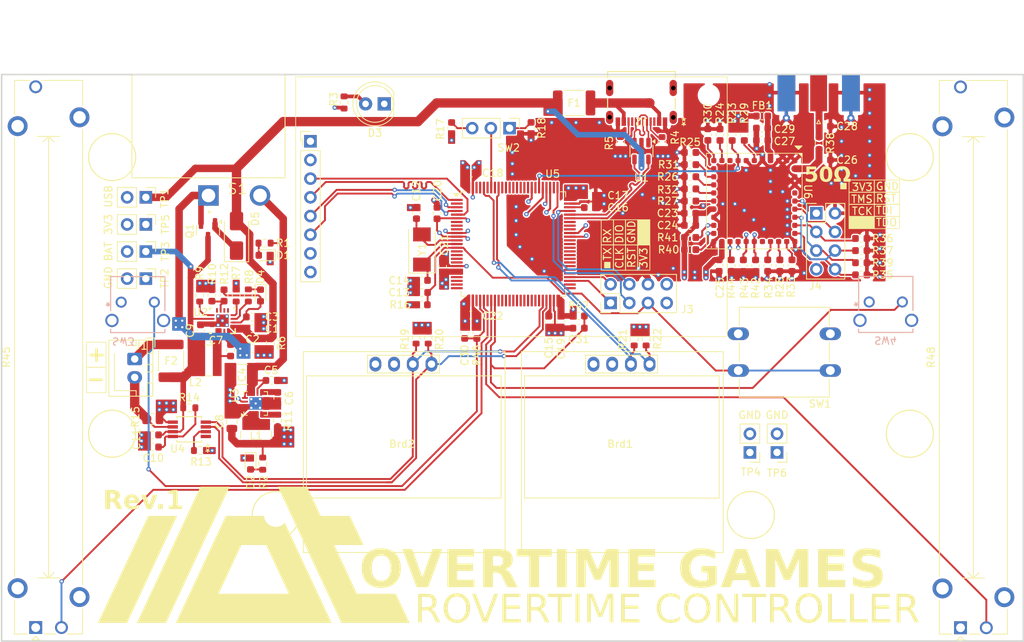
<source format=kicad_pcb>
(kicad_pcb (version 20240108) (generator "pcbnew") (generator_version "8.0")
  (layers (0 "F.Cu" signal) (1 "In1.Cu" signal) (2 "In2.Cu" signal) (31 "B.Cu" signal) (34 "B.Paste" user) (35 "F.Paste" user) (36 "B.SilkS" user "B.Silkscreen") (37 "F.SilkS" user "F.Silkscreen") (38 "B.Mask" user) (39 "F.Mask" user) (44 "Edge.Cuts" user))
  (net 0 "")
  (net 1 "+3V3")
  (net 2 "/MCU/I2C2_SDA")
  (net 3 "GNDA")
  (net 4 "/MCU/I2C2_SCL")
  (net 5 "/MCU/I2C1_SDA")
  (net 6 "/MCU/I2C1_SCL")
  (net 7 "/MCU/OSC_IN")
  (net 8 "/Connectors/NRST")
  (net 9 "/MCU/OSC_OUT")
  (net 10 "Net-(C7-Pad1)")
  (net 11 "VDD_BATT")
  (net 12 "Net-(D1-A)")
  (net 13 "Net-(D2-A)")
  (net 14 "/Outputs/LCD_RST")
  (net 15 "/Connectors/USART_TX")
  (net 16 "/Connectors/SWCLK")
  (net 17 "/Connectors/USART_RX")
  (net 18 "/Connectors/SWDIO")
  (net 19 "/Connectors/RF_ANT")
  (net 20 "/Inputs/Button_R")
  (net 21 "/Inputs/Slider_R")
  (net 22 "VDD_USB")
  (net 23 "/Inputs/Button_L")
  (net 24 "/Inputs/Slider_L")
  (net 25 "/MCU/SPI4_SCLK")
  (net 26 "/MCU/SPI4_MOSI")
  (net 27 "/MCU/ALERT_GPIO")
  (net 28 "/Power/REGN")
  (net 29 "Net-(C15-Pad1)")
  (net 30 "VDD_LOAD")
  (net 31 "Net-(D4-K)")
  (net 32 "VDD_LOAD_PRE_SW")
  (net 33 "GND_BATT")
  (net 34 "/Connectors/CON_USB_D+")
  (net 35 "/Connectors/CON_USB_D-")
  (net 36 "Net-(D5-K)")
  (net 37 "/MCU/SDMMC1_CMD")
  (net 38 "/MCU/SDMMC1_D1")
  (net 39 "/MCU/SDMMC1_CK")
  (net 40 "/MCU/SDMMC1_D2")
  (net 41 "/MCU/SDMMC1_D3")
  (net 42 "/MCU/SDMMC1_D0")
  (net 43 "/MCU/SPI4_CS")
  (net 44 "/MCU/SPI4_DC")
  (net 45 "/Connectors/RF_TDI")
  (net 46 "/Connectors/RF_TCK")
  (net 47 "/Connectors/RF_nSRST")
  (net 48 "/Connectors/RF_TMS")
  (net 49 "/Connectors/RF_nTRST")
  (net 50 "/Connectors/RF_TDO")
  (net 51 "VDD_FEM")
  (net 52 "/MCU/RF_RESET")
  (net 53 "/RF/BUSY")
  (net 54 "Net-(U3-SS{slash}TR)")
  (net 55 "Net-(U2-BTST)")
  (net 56 "Net-(U4-VIN)")
  (net 57 "Net-(C16-Pad1)")
  (net 58 "Net-(U6-ANT_WIFI)")
  (net 59 "Net-(D3-A)")
  (net 61 "Net-(J2-DP1)")
  (net 62 "Net-(J2-DN1)")
  (net 64 "Net-(J2-CC1)")
  (net 65 "Net-(J2-CC2)")
  (net 67 "Net-(L1-Pad1)")
  (net 68 "Net-(U2-ICHG)")
  (net 69 "Net-(U2-STAT)")
  (net 70 "Net-(U2-VSET)")
  (net 71 "Net-(U2-TS)")
  (net 72 "Net-(U3-PG)")
  (net 73 "Net-(U4-ROSC)")
  (net 74 "Net-(SW2-C)")
  (net 75 "Net-(SW2-A)")
  (net 76 "Net-(U6-GPIO2)")
  (net 77 "Net-(U6-GPIO4)")
  (net 78 "Net-(U6-GPIO6)")
  (net 79 "Net-(U6-GPIO8)")
  (net 80 "Net-(U6-WAKEUP_IN)")
  (net 81 "Net-(U6-GPIO1)")
  (net 82 "Net-(U6-GPIO3)")
  (net 83 "Net-(U6-GPIO5)")
  (net 84 "Net-(U6-GPIO7)")
  (net 85 "Net-(U6-GPIO9)")
  (net 86 "Net-(SW2-B)")
  (net 148 "Net-(F1-Pad2)")
  (net 149 "Net-(J1-Pin_1)")
  (footprint "Connector_PinHeader_2.54mm:PinHeader_1x02_P2.54mm_Vertical" (layer "F.Cu") (at 185.928 94.361 180)
    (property "Reference" "TP6")
    (property "Value" "TestPoint")
  )
  (footprint "Capacitor_SMD:C_0603_1608Metric" (layer "F.Cu") (at 144.332226 75.691602 180)
    (property "Reference" "C22")
    (property "Value" "0.1uF/10V")
  )
  (footprint "Resistor_SMD:R_0603_1608Metric" (layer "F.Cu") (at 136.906 78.74 90)
    (property "Reference" "R19")
    (property "Value" "4.7kohm")
  )
  (footprint "Resistor_SMD:R_0603_1608Metric" (layer "F.Cu") (at 107.524002 73.025 -90)
    (property "Reference" "R9")
    (property "Value" "220ohm")
  )
  (footprint "STC3100IST:MiniSO8_STM" (layer "F.Cu") (at 106.109 91.2175 180)
    (property "Reference" "U4")
    (property "Value" "STC3100IST")
  )
  (footprint "Connector_PinHeader_2.54mm:PinHeader_1x03_P2.54mm_Vertical" (layer "F.Cu") (at 149.606 50.292 -90)
    (property "Reference" "SW2")
    (property "Value" "SW_SPDT")
  )
  (footprint "Capacitor_SMD:C_0603_1608Metric" (layer "F.Cu") (at 109.175002 73.025 90)
    (property "Reference" "R10")
    (property "Value" "10kohm")
  )
  (footprint "Capacitor_SMD:C_0603_1608Metric" (layer "F.Cu") (at 144.399 56.388)
    (property "Reference" "C18")
    (property "Value" "0.1uF/10V")
  )
  (footprint "LED_SMD:LED_0603_1608Metric" (layer "F.Cu") (at 115.779002 73.025 -90)
    (property "Reference" "D4")
    (property "Value" "LED")
  )
  (footprint "Capacitor_SMD:C_0603_1608Metric" (layer "F.Cu") (at 197.358 70.231 180)
    (property "Reference" "R35")
    (property "Value" "10k")
  )
  (footprint "Capacitor_SMD:C_0603_1608Metric" (layer "F.Cu") (at 137.668 74.295)
    (property "Reference" "R16")
    (property "Value" "10kohm")
  )
  (footprint "Connector_PinHeader_2.54mm:PinHeader_2x04_P2.54mm_Vertical" (layer "F.Cu") (at 163.322 74.041 90)
    (property "Reference" "J3")
    (property "Value" "MCU_IF")
  )
  (footprint "Capacitor_SMD:C_0603_1608Metric" (layer "F.Cu") (at 197.358 66.929 180)
    (property "Reference" "R37")
    (property "Value" "10k")
  )
  (footprint "Package_QFP:LQFP-100_14x14mm_P0.5mm" (layer "F.Cu") (at 150.114 66.04)
    (property "Reference" "U5")
    (property "Value" "STM32H743VGTx")
  )
  (footprint "Fuse:Fuse_1812_4532Metric_Pad1.30x3.40mm_HandSolder" (layer "F.Cu") (at 158.369 46.863)
    (property "Reference" "F1")
    (property "Value" "3A Hold")
  )
  (footprint "Resistor_SMD:R_0603_1608Metric" (layer "F.Cu") (at 117.094 79.502 90)
    (property "Reference" "R6")
    (property "Value" "100kohm")
  )
  (footprint "Capacitor_SMD:C_0603_1608Metric" (layer "F.Cu") (at 101.156 93.6305)
    (property "Reference" "C10")
    (property "Value" "0.22uF/10V")
  )
  (footprint "PTA6043-2015CPB103:PTA6043-2015CPB103" (layer "F.Cu") (at 85.25 118.164 90)
    (property "Reference" "R45")
    (property "Value" "PTA6043-2015CPB103")
  )
  (footprint "Capacitor_SMD:C_0603_1608Metric" (layer "F.Cu") (at 176.53 51.168 90)
    (property "Reference" "R30")
    (property "Value" "10k")
  )
  (footprint "Connector_PinHeader_2.54mm:PinHeader_2x04_P2.54mm_Vertical" (layer "F.Cu") (at 191.262 61.849)
    (property "Reference" "J4")
    (property "Value" "RF_IF")
  )
  (footprint "Capacitor_SMD:C_0603_1608Metric" (layer "F.Cu") (at 160.528 61.087)
    (property "Reference" "C16")
    (property "Value" "2.2uF/10V")
  )
  (footprint "Capacitor_SMD:C_0603_1608Metric" (layer "F.Cu") (at 118.11 86.982 90)
    (property "Reference" "C6")
    (property "Value" "3.3nF/10V")
  )
  (footprint "_LOGOS:Overtime_Large" (layer "F.Cu") (at 115.062 111.887)
    (property "Reference" "REF**" (hide yes))
    (property "Value" "Overtime_Large")
  )
  (footprint "BQ25303JRTER:RTE0016C" (layer "F.Cu") (at 110.617003 76.453997 180)
    (property "Reference" "U2")
    (property "Value" "BQ25303JRTER")
  )
  (footprint "SSD1306:128x64OLED" (layer "F.Cu") (at 135 92.960414)
    (property "Reference" "Brd2")
    (property "Value" "SSD1306")
  )
  (footprint "MountingHole:MountingHole_3.2mm_M3" (layer "F.Cu") (at 95.631 91.821)
    (property "Reference" "REF**" (hide yes))
    (property "Value" "MountingHole_3.2mm_M3")
  )
  (footprint "Capacitor_SMD:C_0805_2012Metric" (layer "F.Cu") (at 111.887 90.17 -90)
    (property "Reference" "C8")
    (property "Value" "22uF/10V")
  )
  (footprint "MountingHole:MountingHole_3.2mm_M3" (layer "F.Cu") (at 182.372 102.87)
    (property "Reference" "REF**" (hide yes))
    (property "Value" "MountingHole_3.2mm_M3")
  )
  (footprint "Resistor_SMD:R_0603_1608Metric" (layer "F.Cu") (at 170.307 52.324 90)
    (property "Reference" "R4")
    (property "Value" "5.11kohm")
  )
  (footprint "Resistor_SMD:R_0603_1608Metric" (layer "F.Cu") (at 106.109 88.2965)
    (property "Reference" "R14")
    (property "Value" "1kohm")
  )
  (footprint "Capacitor_SMD:C_0603_1608Metric" (layer "F.Cu") (at 197.358 68.58 180)
    (property "Reference" "R39")
    (property "Value" "10k")
  )
  (footprint "Capacitor_SMD:C_0603_1608Metric" (layer "F.Cu") (at 181.356 68.974 -90)
    (property "Reference" "R43")
    (property "Value" "10k")
  )
  (footprint "R1966ABLKBLKGR:SW_R1966ABLKBLKGR" (layer "F.Cu") (at 108.712 59.436 180)
    (property "Reference" "S1")
    (property "Value" "R1966ABLKBLKGR")
  )
  (footprint "Capacitor_SMD:C_0603_1608Metric" (layer "F.Cu") (at 186.309 68.961 -90)
    (property "Reference" "R28")
    (property "Value" "10k")
  )
  (footprint "Resistor_SMD:R_0603_1608Metric" (layer "F.Cu") (at 118.11 90.043 -90)
    (property "Reference" "R11")
    (property "Value" "100kohm")
  )
  (footprint "Package_TO_SOT_SMD:SOT-23-6" (layer "F.Cu") (at 167.513 53.395 -90)
    (property "Reference" "U1")
    (property "Value" "USBLC6-2SC6")
  )
  (footprint "MountingHole:MountingHole_3.2mm_M3" (layer "F.Cu") (at 95.631 54.229)
    (property "Reference" "REF**" (hide yes))
    (property "Value" "MountingHole_3.2mm_M3")
  )
  (footprint "MountingHole:MountingHole_3.2mm_M3" (layer "F.Cu") (at 203.962 54.229)
    (property "Reference" "REF**" (hide yes))
    (property "Value" "MountingHole_3.2mm_M3")
  )
  (footprint "Capacitor_SMD:C_0603_1608Metric" (layer "F.Cu") (at 174.13 60.198 180)
    (property "Reference" "R27")
    (property "Value" "10k")
  )
  (footprint "LED_THT:LED_D5.0mm" (layer "F.Cu") (at 132.588 46.99 180)
    (property "Reference" "D3")
    (property "Value" "LED")
  )
  (footprint "Capacitor_SMD:C_0603_1608Metric" (layer "F.Cu") (at 174.13 58.547 180)
    (property "Reference" "R32")
    (property "Value" "10k")
  )
  (footprint "Resistor_SMD:R_0603_1608Metric" (layer "F.Cu") (at 116.078 95.885 -90)
    (property "Reference" "R2")
    (property "Value" "220ohm")
  )
  (footprint "Package_TO_SOT_SMD:SOT-23" (layer "F.Cu") (at 108.651 64.1835 -90)
    (property "Reference" "Q1")
    (property "Value" "DMG2301L")
  )
  (footprint "Package_DFN_QFN:VQFN-16-1EP_3x3mm_P0.5mm_EP1.68x1.68mm_ThermalVias" (layer "F.Cu") (at 115.1235 87.7068 90)
    (property "Reference" "U3")
    (property "Value" "TPS62132")
  )
  (footprint "Capacitor_SMD:C_0603_1608Metric" (layer "F.Cu") (at 158.991 77.47 180)
    (property "Reference" "C31")
    (property "Value" "0.1uF/10V")
  )
  (footprint "2inch_LCD:2inch_LCD" (layer "F.Cu") (at 122.56 60.96)
    (property "Reference" "J6" (hide yes))
    (property "Value" "Conn_01x08_Pin" (hide yes))
  )
  (footprint "Capacitor_SMD:C_0603_1608Metric" (layer "F.Cu") (at 154.94 76.581 -90)
    (property "Reference" "C15")
    (property "Value" "2.2uF/10V")
  )
  (footprint "Connector_PinHeader_2.54mm:PinHeader_1x02_P2.54mm_Vertical" (layer "F.Cu") (at 182.245 94.366 180)
    (property "Reference" "TP4")
    (property "Value" "TestPoint")
  )
  (footprint "Capacitor_SMD:C_0603_1608Metric" (layer "F.Cu") (at 181.483 51.181 90)
    (property "Reference" "R29")
    (property "Value" "10k")
  )
  (footprint "FGH100M:FGH100MABMD" (layer "F.Cu") (at 182.841 60.198 -90)
    (property "Reference" "U6")
    (property "Value" "~")
  )
  (footprint "Capacitor_SMD:C_0603_1608Metric" (layer "F.Cu") (at 174.13 56.896 180)
    (property "Reference" "R26")
    (property "Value" "10k")
  )
  (footprint "SSD1306:128x64OLED" (layer "F.Cu") (at 164.62 92.960414)
    (property "Reference" "Brd1")
    (property "Value" "SSD1306")
  )
  (footprint "Resistor_SMD:R_0603_1608Metric" (layer "F.Cu") (at 164.655 52.324 90)
    (property "Reference" "R5")
    (property "Value" "5.11kohm")
  )
  (footprint "Capacitor_SMD:C_0603_1608Metric" (layer "F.Cu") (at 139.755 61.833 90)
    (property "Reference" "C20")
    (property "Value" "0.1uF/10V")
  )
  (footprint "Capacitor_SMD:C_0603_1608Metric" (layer "F.Cu") (at 197.358 65.278 180)
    (property "Reference" "R36")
    (property "Value" "10k")
  )
  (footprint "Capacitor_SMD:C_0603_1608Metric" (layer "F.Cu") (at 141.732 50.292 -90)
    (property "Reference" "R17")
    (property "Value" "10k")
  )
  (footprint "Capacitor_SMD:C_0603_1608Metric" (layer "F.Cu") (at 174.117 66.802 180)
    (property "Reference" "R40")
    (property "Value" "10k")
  )
  (footprint "Capacitor_SMD:C_0603_1608Metric" (layer "F.Cu") (at 160.528 59.436)
    (property "Reference" "C17")
    (property "Value" "0.1uF/10V")
  )
  (footprint "Capacitor_SMD:C_0603_1608Metric" (layer "F.Cu") (at 101.156 91.9795 180)
    (property "Reference" "C11")
    (property "Value" "1uF/10V")
  )
  (footprint "Capacitor_SMD:C_0603_1608Metric" (layer "F.Cu") (at 156.591 76.581 -90)
    (property "Reference" "C19")
    (property "Value" "0.1uF/10V")
  )
  (footprint "Resistor_SMD:R_0603_1608Metric" (layer "F.Cu") (at 107.569 94.107)
    (property "Reference" "R13")
    (property "Value" "200kohm 0.1%")
  )
  (footprint "Capacitor_SMD:C_0603_1608Metric" (layer "F.Cu") (at 137.689 70.974 180)
    (property "Reference" "C14")
    (property "Value" "18pF/10V")
  )
  (footprint "Capacitor_SMD:C_0603_1608Metric" (layer "F.Cu") (at 114.681 80.264 180)
    (property "Reference" "C2")
    (property "Value" "10uF/10V")
  )
  (footprint "Capacitor_SMD:C_0603_1608Metric" (layer "F.Cu") (at 174.13 53.594 180)
    (property "Reference" "R25")
    (property "Value" "10k")
  )
  (footprint "Capacitor_SMD:C_0603_1608Metric" (layer "F.Cu") (at 179.705 68.961 -90)
    (property "Reference" "R44")
    (property "Value" "10k")
  )
  (footprint "Resistor_SMD:R_0603_1608Metric" (layer "F.Cu") (at 112.477002 73.025 -90)
    (property "Reference" "R7")
    (property "Value" "13kohm")
  )
  (footprint "Capacitor_SMD:C_0603_1608Metric" (layer "F.Cu") (at 174.104 61.849 180)
    (property "Reference" "C23")
    (property "Value" "10uF/10V")
  )
  (footprint "LED_SMD:LED_0603_1608Metric" (layer "F.Cu") (at 114.427 95.885 -90)
    (property "Reference" "D2")
    (property "Value" "LED")
  )
  (footprint "Resistor_SMD:R_0603_1608Metric" (layer "F.Cu") (at 168.148 78.994 90)
    (property "Reference" "R22")
    (property "Value" "4.7kohm")
  )
  (footprint "MountingHole:MountingHole_3.2mm_M3" (layer "F.Cu") (at 203.962 91.821)
    (property "Reference" "REF**" (hide yes))
    (property "Value" "MountingHole_3.2mm_M3")
  )
  (footprint "Capacitor_SMD:C_0603_1608Metric" (layer "F.Cu") (at 192.405 54.61)
    (property "Reference" "C26")
    (property "Value" "DNP")
  )
  (footprint "Connector_JST:JST_XH_B2B-XH-AM_1x02_P2.50mm_Vertical" (layer "F.Cu") (at 98.696 81.661 -90)
    (property "Reference" "J1")
    (property "Value" "Conn_01x02")
  )
  (footprint "Connector_Coaxial:SMA_Molex_73251-1153_EdgeMount_Horizontal" (layer "F.Cu") (at 191.578 47.186 -90)
    (property "Reference" "J5" (hide yes))
    (property "Value" "ANT_IF")
  )
  (footprint "Capacitor_SMD:C_0603_1608Metric" (layer "F.Cu") (at 114.636002 77.551998)
    (property "Reference" "C1")
    (property "Value" "2.2uF/10V")
  )
  (footprint "Fuse:Fuse_1812_4532Metric_Pad1.30x3.40mm_HandSolder" (layer "F.Cu") (at 103.632 81.915 90)
    (property "Reference" "F2")
    (property "Value" "3A Hold")
  )
  (footprint "Resistor_SMD:R_0603_1608Metric" (layer "F.Cu") (at 127.127 46.8 90)
    (property "Reference" "R3")
    (property "Value" "220ohm")
  )
  (footprint "Inductor_SMD:L_Wuerth_MAPI-4030" (layer "F.Cu") (at 108.752002 81.869998 180)
    (property "Reference" "L2")
    (property "Value" "1uH")
  )
  (footprint "Capacitor_SMD:C_0603_1608Metric" (layer "F.Cu") (at 179.832 51.194 90)
    (property "Reference" "R23")
    (property "Value" "10k")
  )
  (footprint "Button_Switch_THT:SW_SPST_Omron_B3F-40xx" (layer "F.Cu") (at 180.667 78.232)
    (property "Reference" "SW1")
    (property "Value" "SW_Push")
  )
  (footprint "LED_SMD:LED_0603_1608Metric" (layer "F.Cu") (at 116.332 67.564 180)
    (property "Reference" "D1")
    (property "Value" "LED")
  )
  (footprint "Resistor_SMD:R_0603_1608Metric" (layer "F.Cu") (at 191.643 52.324 -90)
    (property "Reference" "R38")
    (property "Value" "0ohm")
  )
  (footprint "Capacitor_SMD:C_0603_1608Metric" (layer "F.Cu") (at 192.405 50.038)
    (property "Reference" "C28")
    (property "Value" "DNP")
  )
  (footprint "Capacitor_SMD:C_0603_1608Metric" (layer "F.Cu") (at 174.13 55.245 180)
    (property "Reference" "R31")
    (property "Value" "10k")
  )
  (footprint "Resistor_SMD:R_0603_1608Metric" (layer "F.Cu") (at 114.128002 73.025 -90)
    (property "Reference" "R8")
    (property "Value" "220ohm")
  )
  (footprint "Capacitor_SMD:C_0603_1608Metric" (layer "F.Cu") (at 114.636002 75.946 180)
    (property "Reference" "C3")
    (property "Value" "2.2uF/10V")
  )
  (footprint "Capacitor_SMD:C_0603_1608Metric" (layer "F.Cu") (at 107.651002 77.805998 90)
    (property "Reference" "C9")
    (property "Value" "10uF/10V")
  )
  (footprint "Capacitor_SMD:C_0603_1608Metric" (layer "F.Cu") (at 110.826002 73.025 -90)
    (property "Reference" "R12")
    (property "Value" "10kohm")
  )
  (footprint "Capacitor_SMD:C_0603_1608Metric" (layer "F.Cu") (at 183.896 51.943 180)
    (property "Reference" "C27")
    (property "Value" "10uF/10V")
  )
  (footprint "Capacitor_SMD:C_0603_1608Metric" (layer "F.Cu") (at 174.117 63.5 180)
    (property "Reference" "C24")
    (property "Value" "0.1uF/10V")
  )
  (footprint "Capacitor_SMD:C_0603_1608Metric" (layer "F.Cu") (at 158.991 75.819 180)
    (property "Reference" "R47")
    (property "Value" "10kohm")
  )
  (footprint "Connector_PinHeader_2.54mm:PinHeader_1x02_P2.54mm_Vertical" (layer "F.Cu") (at 100.208 59.69 -90)
    (property "Reference" "TP1")
    (property "Value" "TestPoint")
  )
  (footprint "Inductor_SMD:L_Wuerth_MAPI-4030" (layer "F.Cu") (at 115.189 91.99 -90)
    (property "Reference" "L1")
    (property "Value" "2.2uH")
  )
  (footprint "PTA6043-2015CPB103:PTA6043-2015CPB103" (layer "F.Cu") (at 210.848 118.188 90)
    (property "Reference" "R48")
    (property "Value" "PTA6043-2015CPB103")
  )
  (footprint "Connector_PinHeader_2.54mm:PinHeader_1x02_P2.54mm_Vertical" (layer "F.Cu") (at 100.208 70.739 -90)
    (property "Reference" "TP2")
    (property "Value" "TestPoint")
  )
  (footprint "Capacitor_SMD:C_0603_1608Metric" (layer "F.Cu") (at 174.117 65.151 180)
    (property "Reference" "R41")
    (property "Value" "10k")
  )
  (footprint "Capacitor_SMD:C_0603_1608Metric" (layer "F.Cu") (at 187.96 68.961 -90)
    (property "Reference" "R33")
    (property "Value" "10k")
  )
  (footprint "Capacitor_SMD:C_0603_1608Metric" (layer "F.Cu") (at 117.2949 84.582 180)
    (property "Reference" "C5")
    (property "Value" "0.1uF/10V")
  )
  (footprint "Capacitor_SMD:C_0603_1608Metric" (layer "F.Cu") (at 145.161 78.105 90)
    (property "Reference" "R46")
    (property "Value" "10kohm")
  )
  (footprint "Resistor_SMD:R_0603_1608Metric" (layer "F.Cu") (at 138.557 78.74 90)
    (property "Reference" "R20")
    (property "Value" "4.7kohm")
  )
  (footprint "Capacitor_SMD:C_0603_1608Metric" (layer "F.Cu") (at 137.702 72.625 180)
    (property "Reference" "C13")
    (property "Value" "18pF/10V")
  )
  (footprint "MountingHole:MountingHole_3.2mm_M3" (layer "F.Cu") (at 117.856 102.87)
    (property "Reference" "REF**" (hide yes))
    (property "Value" "MountingHole_3.2mm_M3")
  )
  (footprint "Capacitor_SMD:C_0603_1608Metric" (layer "F.Cu") (at 183.896 50.292 180)
    (property "Reference" "C29")
    (property "Value" "0.1uF/10V")
  )
  (footprint "Capacitor_SMD:C_0603_1608Metric" (layer "F.Cu") (at 184.658 68.961 -90)
    (property "Reference" "R34")
    (property "Value" "10k")
  )
  (footprint "Resistor_SMD:R_0805_2012Metric" (layer "F.Cu") (at 101.156 89.8205 180)
    (property "Reference" "R15")
    (property "Value" "20mohm 1%")
  )
  (footprint "Crystal:Crystal_SMD_Abracon_ABM3-2Pin_5.0x3.2mm" (layer "F.Cu") (at 137.702 66.783 90)
    (property "Reference" "Y1")
    (property "Value" "Crystal")
  )
  (footprint "Capacitor_SMD:C_0603_1608Metric" (layer "F.Cu") (at 178.054 68.961 -90)
    (property "Reference" "C25")
    (property "Value" "0.1uF/10V")
  )
  (footprint "Connector_PinHeader_2.54mm:PinHeader_1x02_P2.54mm_Vertical" (layer "F.Cu") (at 100.208 67.056 -90)
    (property "Reference" "TP3")
    (property "Value" "TestPoint")
  )
  (footprint "Capacitor_SMD:C_0603_1608Metric" (layer "F.Cu") (at 152.527 50.279 -90)
    (property "Reference" "R18")
    (property "Value" "10k")
  )
  (footprint "Resistor_SMD:R_0603_1608Metric" (layer "F.Cu") (at 166.527 78.994 90)
    (property "Reference" "R21")
    (property "Value" "4.7kohm")
  )
  (footprint "Capacitor_SMD:C_0603_1608Metric" (layer "F.Cu") (at 136.961 61.817 90)
    (property "Reference" "C12")
    (property "Value" "18pF/10V")
  )
  (footprint "Capacitor_SMD:C_1210_3225Metric" (layer "F.Cu") (at 113.333 83.7692)
    (property "Reference" "C4")
    (property "Value" "10uF/10V")
  )
  (footprint "Capacitor_SMD:C_0603_1608Metric" (layer "F.Cu") (at 140.517 69.072 90)
    (property "Reference" "C21")
    (property "Value" "0.1uF/10V")
  )
  (footprint "Resistor_SMD:R_0603_1608Metric" (layer "F.Cu") (at 116.332 65.913 180)
    (property "Reference" "R1")
    (property "Value" "220ohm")
  )
  (footprint "Capacitor_SMD:C_0603_1608Metric" (layer "F.Cu") (at 111.715002 80.485998 90)
    (property "Reference" "C7")
    (property "Value" "47nF/10V")
  )
  (footprint "Capacitor_SMD:C_0603_1608Metric" (layer "F.Cu") (at 143.51 78.092 90)
    (property "Reference" "C30")
    (property "Value" "0.1uF/10V")
  )
  (footprint "Capacitor_SMD:C_0603_1608Metric" (layer "F.Cu") (at 178.181 51.181 90)
    (property "Reference" "R24")
    (property "Value" "10k")
  )
  (footprint "Diode_SMD:D_SMA" (layer "F.Cu") (at 112.522 64.929 90)
    (property "Reference" "D5")
    (property "Value" "SK54A-LTP")
  )
  (footprint "Capacitor_SMD:C_0603_1608Metric" (layer "F.Cu") (at 183.896 48.641)
    (property "Reference" "FB1")
    (property "Value" "FerriteBead")
  )
  (footprint "Capacitor_SMD:C_0603_1608Metric" (layer "F.Cu") (at 183.007 68.974 -90)
    (property "Reference" "R42")
    (property "Value" "10k")
  )
  (footprint "USB-C 2171790001:2171790001_MOL" (layer "F.Cu") (at 167.513 46.101 180)
    (property "Reference" "J2")
    (property "Value" "2171790001")
  )
  (footprint "Connector_PinHeader_2.54mm:PinHeader_1x02_P2.54mm_Vertical" (layer "F.Cu") (at 100.208 63.373 -90)
    (property "Reference" "TP5")
    (property "Value" "TestPoint")
  )
  (footprint "SW2_1825027-C_TEC:SW2_1825027-C_TEC" (layer "B.Cu") (at 198.445999 73.914)
    (property "Reference" "SW4")
    (property "Value" "1825027-8")
  )
  (footprint "SW2_1825027-C_TEC:SW2_1825027-C_TEC" (layer "B.Cu") (at 96.860999 73.936051)
    (property "Reference" "SW3")
    (property "Value" "1825027-8")
  )
  (gr_poly (pts (xy 117.348 93.599) (xy 120.269 93.599) (xy 120.269 90.932) (xy 118.618 90.932) (xy 118.618 92.329) (xy 118.11 92.837) (xy 117.348 92.837)) (stroke (width 0.2)) (fill solid) (layer "F.Cu") (net 1))
  (gr_poly (pts (xy 107.143002 72.517) (xy 107.143002 70.993) (xy 109.556002 70.993) (xy 109.556002 72.517)) (stroke (width 0.2)) (fill solid) (layer "F.Cu") (net 3))
  (gr_poly (pts (xy 109.759202 77.577398) (xy 109.759202 78.694998) (xy 109.403602 79.050598) (xy 109.403602 83.876598) (xy 110.394202 83.876598) (xy 110.394202 77.577398)) (stroke (width 0.2)) (fill solid) (layer "F.Cu") (net 10))
  (gr_poly (pts (xy 157.099 60.071) (xy 158.623 60.071) (xy 158.877 59.817) (xy 160.147 59.817) (xy 160.147 58.039) (xy 157.099 58.039) (xy 157.099 59.944)) (stroke (width 0.2)) (fill solid) (layer "F.Cu") (net 1))
  (gr_poly (pts (xy 111.334002 78.567998) (xy 111.588002 78.821998) (xy 112.141 78.821998) (xy 112.649 79.375) (xy 112.649 81.488998) (xy 114.3 81.488998) (xy 114.3 79.629) (xy 113.013608 78.375517) (xy 112.251608 78.375517) (xy 111.461961 77.577884) (xy 111.334961 77.577884)) (stroke (width 0.2)) (fill solid) (layer "F.Cu") (net 32))
  (gr_poly (pts (xy 115.44374 88.847867) (xy 114.30074 88.847867) (xy 113.41173 89.7119) (xy 113.411 91.186) (xy 116.967 91.186) (xy 116.967 89.916) (xy 115.697 89.916) (xy 115.443 89.662)) (stroke (width 0.2)) (fill solid) (layer "F.Cu") (net 67))
  (gr_rect (start 135.818 70.596) (end 137.342 73.009) (stroke (width 0.2)) (fill solid) (layer "F.Cu") (net 3))
  (gr_rect (start 135.6995 73.914) (end 137.3505 74.676) (stroke (width 0.2)) (fill solid) (layer "F.Cu") (net 1))
  (gr_rect (start 115.062 79.883) (end 117.475 81.534) (stroke (width 0.2)) (fill solid) (layer "F.Cu") (net 3))
  (gr_poly (pts (xy 115.8347 89.535) (xy 118.4509 89.535) (xy 118.4509 88.9254) (xy 115.8347 88.9254)) (stroke (width 0.2)) (fill solid) (layer "F.Cu") (net 72))
  (gr_poly (pts (xy 156.718 48.514) (xy 154.305 48.514) (xy 154.305 46.355) (xy 156.718 46.355)) (stroke (width 0.2)) (fill solid) (layer "F.Cu") (net 22))
  (gr_rect (start 140.136 69.4784) (end 143.184 70.1134) (stroke (width 0.2)) (fill solid) (layer "F.Cu") (net 1))
  (gr_rect (start 157.861 74.549) (end 158.623 76.2) (stroke (width 0.2)) (fill solid) (layer "F.Cu") (net 1))
  (gr_rect (start 163.576 52.832) (end 165.735 54.483) (stroke (width 0.2)) (fill solid) (layer "F.Cu") (net 3))
  (gr_rect (start 136.525 76.708) (end 138.938 78.232) (stroke (width 0.2)) (fill solid) (layer "F.Cu") (net 1))
  (gr_rect (start 141.351 50.673) (end 142.113 52.324) (stroke (width 0.2)) (fill solid) (layer "F.Cu") (net 1))
  (gr_poly (pts (xy 112.096002 72.517) (xy 112.096002 70.993) (xy 112.858002 70.993) (xy 112.858002 72.517)) (stroke (width 0.2)) (fill solid) (layer "F.Cu") (net 3))
  (gr_poly (pts (xy 101.664 90.2015) (xy 101.664 87.2805) (xy 104.331 87.2805) (xy 104.331 88.9315) (xy 102.934 88.9315) (xy 102.426 89.4395) (xy 102.426 90.2015)) (stroke (width 0.2)) (fill solid) (layer "F.Cu") (net 3))
  (gr_rect (start 140.136 69.4784) (end 141.279 72.1454) (stroke (width 0.2)) (fill solid) (layer "F.Cu") (net 1))
  (gr_poly (pts (xy 111.759345 77.099052) (xy 111.76 77.343) (xy 112.395 77.978) (xy 114.3 77.978) (xy 114.299345 77.099052)) (stroke (width 0.2)) (fill solid) (layer "F.Cu") (net 22))
  (gr_rect (start 179.40773 48.133) (end 181.94773 50.8) (stroke (width 0.2)) (fill solid) (layer "F.Cu") (net 1))
  (gr_rect (start 115.062 75.520002) (end 116.586 77.933002) (stroke (width 0.2)) (fill solid) (layer "F.Cu") (net 3))
  (gr_rect (start 113.157 94.742) (end 114.808 95.504) (stroke (width 0.2)) (fill solid) (layer "F.Cu") (net 3))
  (gr_poly (pts (xy 103.899 77.724) (xy 105.55 77.724) (xy 105.55 76.073) (xy 103.899 76.073)) (stroke (width 0.2)) (fill solid) (layer "F.Cu") (net 32))
  (gr_rect (start 99.251 91.5985) (end 100.775 94.0115) (stroke (width 0.2)) (fill solid) (layer "F.Cu") (net 3))
  (gr_rect (start 108.077 93.726) (end 109.601 94.488) (stroke (width 0.2)) (fill solid) (layer "F.Cu") (net 3))
  (gr_rect (start 152.146 50.66) (end 152.908 52.311) (stroke (width 0.2)) (fill solid) (layer "F.Cu") (net 3))
  (gr_poly (pts (xy 144.554537 59.05617) (xy 144.554537 55.37317) (xy 145.189537 54.73817) (xy 145.697537 54.73817) (xy 145.700243 56.590642) (xy 144.684243 57.479642) (xy 144.681537 59.05617)) (stroke (width 0.2)) (fill solid) (layer "F.Cu") (net 3))
  (gr_poly (pts (xy 108.159002 83.901998) (xy 108.159002 79.329998) (xy 108.159002 78.186998) (xy 106.000002 78.186998) (xy 106.000002 83.901998)) (stroke (width 0.2)) (fill solid) (layer "F.Cu") (net 11))
  (gr_rect (start 116.713 67.183) (end 117.475 68.834) (stroke (width 0.2)) (fill solid) (layer "F.Cu") (net 3))
  (gr_poly (pts (xy 144.144523 72.99803) (xy 144.144523 77.724) (xy 143.002 77.724) (xy 143.001523 73.88703) (xy 144.017523 72.99803)) (stroke (width 0.2)) (fill solid) (layer "F.Cu") (net 3))
  (gr_poly (pts (xy 144.145 59.055) (xy 144.145 55.372) (xy 143.51 54.737) (xy 143.002 54.737) (xy 143.002 58.166) (xy 144.018 59.055)) (stroke (width 0.2)) (fill solid) (layer "F.Cu") (net 1))
  (gr_poly (pts (xy 143.184 69.072) (xy 140.898 69.072) (xy 140.136 69.072) (xy 140.136 67.802) (xy 140.898 67.04) (xy 141.279 67.04) (xy 141.279 68.691) (xy 141.533 68.9958) (xy 143.184 68.9958)) (stroke (width 0.2)) (fill solid) (layer "F.Cu") (net 3))
  (gr_poly (pts (xy 155.194 76.2) (xy 154.559 76.2) (xy 154.559 75.438) (xy 155.067 74.93) (xy 155.067 73.025) (xy 155.194 73.025)) (stroke (width 0.2)) (fill solid) (layer "F.Cu") (net 29))
  (gr_rect (start 135.763 60.706) (end 137.414 61.468) (stroke (width 0.2)) (fill solid) (layer "F.Cu") (net 3))
  (gr_poly (pts (xy 160.909 61.468) (xy 160.909 59.055) (xy 162.814 59.055) (xy 162.814 60.96) (xy 162.306 60.96) (xy 161.798 61.468)) (stroke (width 0.2)) (fill solid) (layer "F.Cu") (net 3))
  (gr_poly (pts (xy 107.270002 76.662998) (xy 107.270002 77.170998) (xy 109.810002 77.170998) (xy 109.810002 76.662998)) (stroke (width 0.2)) (fill solid) (layer "F.Cu") (net 3))
  (gr_rect (start 179.36727 69.432454) (end 183.43127 70.956454) (stroke (width 0.2)) (fill solid) (layer "F.Cu") (net 1))
  (gr_rect (start 166.116 76.962) (end 168.529 78.486) (stroke (width 0.2)) (fill solid) (layer "F.Cu") (net 1))
  (gr_rect (start 117.729 84.201) (end 119.38 84.963) (stroke (width 0.2)) (fill solid) (layer "F.Cu") (net 3))
  (gr_poly (pts (xy 115.8347 86.4582) (xy 118.4509 86.4582) (xy 118.4509 85.8486) (xy 115.8347 85.8486)) (stroke (width 0.2)) (fill solid) (layer "F.Cu") (net 54))
  (gr_rect (start 154.554498 76.95803) (end 156.967498 78.48203) (stroke (width 0.2)) (fill solid) (layer "F.Cu") (net 3))
  (gr_poly (pts (xy 115.3775 88.4394) (xy 115.3775 86.9662) (xy 118.4763 86.9662) (xy 118.4763 88.4394)) (stroke (width 0.2)) (fill solid) (layer "F.Cu") (net 3))
  (gr_rect (start 169.3545 52.832) (end 171.5135 54.483) (stroke (width 0.2)) (fill solid) (layer "F.Cu") (net 3))
  (gr_poly (pts (xy 114.042975 86.588166) (xy 114.046 82.296) (xy 115.316 82.296) (xy 115.316 85.09) (xy 114.935 85.471) (xy 114.931975 86.588166)) (stroke (width 0.2)) (fill solid) (layer "F.Cu") (net 30))
  (gr_poly (pts (xy 144.554543 72.989194) (xy 144.554543 77.724) (xy 144.653 77.724) (xy 145.669 77.724) (xy 145.682863 75.485811) (xy 144.695406 74.596811) (xy 144.681543 72.989194)) (stroke (width 0.2)) (fill solid) (layer "F.Cu") (net 1))
  (gr_poly (pts (xy 112.395 82.296) (xy 112.395 85.217) (xy 112.141 85.471) (xy 112.141 87.376) (xy 112.649 87.884) (xy 114.046 87.884) (xy 114.808 87.884) (xy 114.808 88.4428) (xy 114.046 88.4428) (xy 112.8014 89.662) (xy 110.998 89.662) (xy 110.998 82.296)) (stroke (width 0.2)) (fill solid) (layer "F.Cu") (net 3))
  (gr_poly (pts (xy 156.083 73.025) (xy 156.083 74.422) (xy 156.21 74.6125) (xy 156.21 76.2) (xy 156.972 76.2) (xy 156.972 73.66) (xy 156.337 73.025)) (stroke (width 0.2)) (fill solid) (layer "F.Cu") (net 1))
  (gr_poly (pts (xy 112.649 81.534) (xy 114.3 81.534) (xy 114.3 79.629) (xy 112.649 79.629)) (stroke (width 0.2)) (fill solid) (layer "B.Cu") (net 32))
  (gr_poly (pts (xy 103.886 77.724) (xy 105.537 77.724) (xy 105.537 76.073) (xy 103.886 76.073)) (stroke (width 0.2)) (fill solid) (layer "B.Cu") (net 32))
  (gr_rect (start 195.707 62.2935) (end 199.136 63.9445) (stroke (width 0.1)) (fill solid) (layer "F.SilkS"))
  (gr_rect (start 163.703 62.738) (end 165.354 66.167) (stroke (width 0.1)) (fill none) (layer "F.SilkS"))
  (gr_rect (start 162.052 62.738) (end 163.703 66.167) (stroke (width 0.1)) (fill none) (layer "F.SilkS"))
  (gr_rect (start 165.354 62.738) (end 167.005 66.167) (stroke (width 0.1)) (fill none) (layer "F.SilkS"))
  (gr_rect (start 199.136 57.3405) (end 202.565 58.9915) (stroke (width 0.1)) (fill none) (layer "F.SilkS"))
  (gr_rect (start 167.005 62.738) (end 168.656 66.167) (stroke (width 0.1)) (fill solid) (layer "F.SilkS"))
  (gr_rect (start 194.564 57.785) (end 195.326 58.547) (stroke (width 0.1)) (fill solid) (layer "F.SilkS"))
  (gr_rect (start 199.136 60.6425) (end 202.565 62.2935) (stroke (width 0.1)) (fill none) (layer "F.SilkS"))
  (gr_rect (start 195.707 60.6425) (end 199.136 62.2935) (stroke (width 0.1)) (fill none) (layer "F.SilkS"))
  (gr_rect (start 167.005 66.167) (end 168.656 69.596) (stroke (width 0.1)) (fill none) (layer "F.SilkS"))
  (gr_rect (start 162.497886 68.514317) (end 163.259886 69.276317) (stroke (width 0.1)) (fill solid) (layer "F.SilkS"))
  (gr_rect (start 165.354 66.167) (end 167.005 69.596) (stroke (width 0.1)) (fill none) (layer "F.SilkS"))
  (gr_rect (start 195.707 57.3405) (end 199.136 58.9915) (stroke (width 0.1)) (fill none) (layer "F.SilkS"))
  (gr_rect (start 163.703 66.167) (end 165.354 69.596) (stroke (width 0.1)) (fill none) (layer "F.SilkS"))
  (gr_rect (start 162.052 66.167) (end 163.703 69.596) (stroke (width 0.1)) (fill none) (layer "F.SilkS"))
  (gr_rect (start 92.1385 82.804) (end 94.8055 86.233) (stroke (width 0.1)) (fill none) (layer "F.SilkS"))
  (gr_rect (start 195.707 58.9915) (end 199.136 60.6425) (stroke (width 0.1)) (fill none) (layer "F.SilkS"))
  (gr_rect (start 199.136 62.2935) (end 202.565 63.9445) (stroke (width 0.1)) (fill none) (layer "F.SilkS"))
  (gr_rect (start 92.1385 79.375) (end 94.8055 82.804) (stroke (width 0.1)) (fill none) (layer "F.SilkS"))
  (gr_rect (start 199.136 58.9915) (end 202.565 60.6425) (stroke (width 0.1)) (fill none) (layer "F.SilkS"))
  (gr_rect (start 80.619 43) (end 219.381 120) (stroke (width 0.2)) (fill none) (layer "Edge.Cuts"))
  (gr_text "ROVERTIME CONTROLLER" (at 136.652 118.11 0) (layer "F.SilkS") (effects (font (size 3.81 3.81) (thickness 0.47625) (italic yes)) (justify left bottom)))
  (gr_text "3V3\nTMS\nTCK" (at 199.009 62.1665 0) (layer "F.SilkS") (effects (font (size 1.016 1.016) (thickness 0.1524) (bold yes)) (justify right bottom)))
  (gr_text "GND" (at 185.928 89.281 0) (layer "F.SilkS") (effects (font (size 1.016 1.016) (thickness 0.1524))))
  (gr_text "BAT" (at 95.123 67.056 90) (layer "F.SilkS") (effects (font (size 1.016 1.016) (thickness 0.1524))))
  (gr_text "GND\nRST\nTDI\nTDO" (at 199.263 63.6905 0) (layer "F.SilkS") (effects (font (size 1.016 1.016) (thickness 0.1524) (bold yes)) (justify left bottom)))
  (gr_text "RX\nDIO\nGND" (at 166.751 66.04 90) (layer "F.SilkS") (effects (font (size 1.016 1.016) (thickness 0.1524) (bold yes)) (justify left bottom)))
  (gr_text "TX\nCLK\nRST\n3V3" (at 162.306 66.421 90) (layer "F.SilkS") (effects (font (size 1.016 1.016) (thickness 0.1524) (bold yes)) (justify right top)))
  (gr_text "GND" (at 182.245 89.286 0) (layer "F.SilkS") (effects (font (size 1.016 1.016) (thickness 0.1524))))
  (gr_text "50Ω" (at 189.611 57.912 0) (layer "F.SilkS") (effects (font (size 2.032 2.032) (thickness 0.508) (bold yes)) (justify left bottom)))
  (gr_text "3V3" (at 95.123 63.373 90) (layer "F.SilkS") (effects (font (size 1.016 1.016) (thickness 0.1524))))
  (gr_text "Rev.1" (at 94.361 102.489 0) (layer "F.SilkS") (effects (font (size 2.54 2.54) (thickness 0.3) (bold yes)) (justify left bottom)))
  (gr_text "-" (at 94.9325 83.439 180) (layer "F.SilkS") (effects (font (size 2.032 2.032) (thickness 0.381) (bold yes)) (justify left bottom)))
  (gr_text "USB" (at 95.123 59.563 90) (layer "F.SilkS") (effects (font (size 1.016 1.016) (thickness 0.1524))))
  (gr_text "+" (at 92.0115 82.169 0) (layer "F.SilkS") (effects (font (size 2.032 2.032) (thickness 0.381) (bold yes)) (justify left bottom)))
  (gr_text "GND" (at 95.123 70.612 90) (layer "F.SilkS") (effects (font (size 1.016 1.016) (thickness 0.1524))))
  (gr_text "OVERTIME GAMES" (at 129.159 113.538 0) (layer "F.SilkS") (effects (font (size 5.08 5.08) (thickness 0.3) (bold yes)) (justify left bottom)))
  (segment (start 156.591 75.806) (end 158.203 75.806) (width 0.762) (layer "F.Cu") (net 1))
  (segment (start 173.342 65.05) (end 174.892 63.5) (width 0.635) (layer "F.Cu") (net 1))
  (segment (start 127 47.498) (end 127.127 47.625) (width 0.508) (layer "F.Cu") (net 1))
  (segment (start 178.429 67.811) (end 178.429 65.71) (width 0.762) (layer "F.Cu") (net 1))
  (segment (start 117.264 93.175) (end 118.11 92.329) (width 1.016) (layer "F.Cu") (net 1))
  (segment (start 125.857 47.498) (end 127 47.498) (width 0.508) (layer "F.Cu") (net 1))
  (segment (start 176.276 69.85) (end 176.276 69.342) (width 0.762) (layer "F.Cu") (net 1))
  (segment (start 111.887 91.12) (end 111.887 92.456) (width 1.016) (layer "F.Cu") (net 1))
  (segment (start 112.748616 87.036205) (end 112.775337 87.036205) (width 0.254) (layer "F.Cu") (net 1))
  (segment (start 158.203 75.806) (end 158.216 75.819) (width 0.762) (layer "F.Cu") (net 1))
  (segment (start 118.11 92.329) (end 118.11 90.868) (width 1.016) (layer "F.Cu") (net 1))
  (segment (start 173.342 69.85) (end 173.342 70.612) (width 0.762) (layer "F.Cu") (net 1))
  (segment (start 113.195932 87.4568) (end 113.661 87.4568) (width 0.254) (layer "F.Cu") (net 1))
  (segment (start 142.411436 62.538101) (end 143.658436 62.538101) (width 0.254) (layer "F.Cu") (net 1))
  (segment (start 111.887 92.456) (end 112.606 93.175) (width 1.016) (layer "F.Cu") (net 1))
  (segment (start 173.342 65.151) (end 173.342 65.05) (width 0.635) (layer "F.Cu") (net 1))
  (segment (start 112.606 93.175) (end 115.189 93.175) (width 1.016) (layer "F.Cu") (net 1))
  (segment (start 181.051873 48.641) (end 180.681991 49.010882) (width 0.762) (layer "F.Cu") (net 1))
  (segment (start 176.251923 61.849) (end 176.802923 61.298) (width 0.762) (layer "F.Cu") (net 1))
  (segment (start 178.054 68.186) (end 178.429 67.811) (width 0.762) (layer "F.Cu") (net 1))
  (segment (start 176.276 69.342) (end 177.432 68.186) (width 0.762) (layer "F.Cu") (net 1))
  (segment (start 143.637 65.024) (end 143.931 65.318) (width 0.254) (layer "F.Cu") (net 1))
  (segment (start 139.823 62.54) (end 139.755 62.608) (width 0.254) (layer "F.Cu") (net 1))
  (segment (start 173.342 70.117) (end 173.355 70.104) (width 0.635) (layer "F.Cu") (net 1))
  (segment (start 173.342 66.802) (end 173.342 69.85) (width 0.762) (layer "F.Cu") (net 1))
  (segment (start 112.775337 87.036205) (end 113.195932 87.4568) (width 0.254) (layer "F.Cu") (net 1))
  (segment (start 174.892 61.862) (end 174.879 61.849) (width 0.762) (layer "F.Cu") (net 1))
  (segment (start 142.439 62.54) (end 139.823 62.54) (width 0.254) (layer "F.Cu") (net 1))
  (segment (start 143.658436 62.538101) (end 143.952436 62.832101) (width 0.254) (layer "F.Cu") (net 1))
  (segment (start 177.432 68.186) (end 178.054 68.186) (width 0.762) (layer "F.Cu") (net 1))
  (segment (start 173.342 65.151) (end 173.342 66.802) (width 0.762) (layer "F.Cu") (net 1))
  (segment (start 173.342 70.612) (end 173.342 70.117) (width 0.635) (layer "F.Cu") (net 1))
  (segment (start 183.121 48.641) (end 181.051873 48.641) (width 0.762) (layer "F.Cu") (net 1))
  (segment (start 115.189 93.175) (end 117.264 93.175) (width 1.016) (layer "F.Cu") (net 1))
  (segment (start 176.802923 61.298) (end 177.341 61.298) (width 0.762) (layer "F.Cu") (net 1))
  (segment (start 139.755 62.608) (end 139.755 64.19) (width 0.254) (layer "F.Cu") (net 1))
  (segment (start 116.078 95.06) (end 116.078 93.218) (width 0.254) (layer "F.Cu") (net 1))
  (segment (start 176.276 69.85) (end 176.276 70.612) (width 0.762) (layer "F.Cu") (net 1))
  (segment (start 174.892 63.5) (end 174.892 61.862) (width 0.762) (layer "F.Cu") (net 1))
  (segment (start 139.755 64.19) (end 140.081 64.516) (width 0.254) (layer "F.Cu") (net 1))
  (segment (start 140.081 64.516) (end 140.589 65.024) (width 0.254) (layer "F.Cu") (net 1))
  (segment (start 140.589 65.024) (end 143.637 65.024) (width 0.254) (layer "F.Cu") (net 1))
  (segment (start 174.879 61.849) (end 176.251923 61.849) (width 0.762) (layer "F.Cu") (net 1))
  (via (at 145.177947 76.505179) (size 0.6) (drill 0.3) (layers "F.Cu" "B.Cu") (net 1))
  (via (at 143.256 54.991) (size 0.6) (drill 0.3) (layers "F.Cu" "B.Cu") (net 1))
  (via (at 119.888 93.218) (size 0.6) (drill 0.3) (layers "F.Cu" "B.Cu") (net 1))
  (via (at 112.748616 87.036205) (size 0.6) (drill 0.3) (layers "F.Cu" "B.Cu") (net 1))
  (via (at 136.0805 74.295) (size 0.6) (drill 0.3) (layers "F.Cu" "B.Cu") (net 1))
  (via (at 140.462 71.374) (size 0.6) (drill 0.3) (layers "F.Cu" "B.Cu") (net 1))
  (via (at 176.276 69.85) (size 0.6) (drill 0.3) (layers "F.Cu" "B.Cu") (net 1))
  (via (at 179.766345 70.629239) (size 0.6) (drill 0.3) (layers "F.Cu" "B.Cu") (net 1))
  (via (at 119.888 91.313) (size 0.6) (drill 0.3) (layers "F.Cu" "B.Cu") (net 1))
  (via (at 143.931 65.318) (size 0.6) (drill 0.3) (layers "F.Cu" "B.Cu") (net 1))
  (via (at 176.276 70.612) (size 0.6) (drill 0.3) (layers "F.Cu" "B.Cu") (net 1))
  (via (at 140.97 71.882) (size 0.6) (drill 0.3) (layers "F.Cu" "B.Cu") (net 1))
  (via (at 158.242 74.93) (size 0.6) (drill 0.3) (layers "F.Cu" "B.Cu") (net 1))
  (via (at 143.952436 62.832101) (size 0.6) (drill 0.3) (layers "F.Cu" "B.Cu") (net 1))
  (via (at 137.71127 77.039454) (size 0.6) (drill 0.3) (layers "F.Cu" "B.Cu") (net 1))
  (via (at 140.081 64.516) (size 0.6) (drill 0.3) (layers "F.Cu" "B.Cu") (net 1))
  (via (at 119.893416 92.252891) (size 0.6) (drill 0.3) (layers "F.Cu" "B.Cu") (net 1))
  (via (at 119.00263 92.241686) (size 0.6) (drill 0.3) (layers "F.Cu" "B.Cu") (net 1))
  (via (at 173.342 69.85) (size 0.6) (drill 0.3) (layers "F.Cu" "B.Cu") (net 1))
  (via (at 158.623 58.42) (size 0.6) (drill 0.3) (layers "F.Cu" "B.Cu") (net 1))
  (via (at 181.229 49.276) (size 0.6) (drill 0.3) (layers "F.Cu" "B.Cu") (net 1))
  (via (at 180.213 49.276) (size 0.6) (drill 0.3) (layers "F.Cu" "B.Cu") (net 1))
  (via (at 173.342 70.612) (size 0.6) (drill 0.3) (layers "F.Cu" "B.Cu") (net 1))
  (via (at 143.891 55.626) (size 0.6) (drill 0.3) (layers "F.Cu" "B.Cu") (net 1))
  (via (at 125.857 47.498) (size 0.6) (drill 0.3) (layers "F.Cu" "B.Cu") (net 1))
  (via (at 118.999 93.218) (size 0.6) (drill 0.3) (layers "F.Cu" "B.Cu") (net 1))
  (via (at 159.639 58.42) (size 0.6) (drill 0.3) (layers "F.Cu" "B.Cu") (net 1))
  (via (at 138.538925 77.035215) (size 0.6) (drill 0.3) (layers "F.Cu" "B.Cu") (net 1))
  (via (at 183.007 70.629239) (size 0.6) (drill 0.3) (layers "F.Cu" "B.Cu") (net 1))
  (via (at 136.887925 77.035215) (size 0.6) (drill 0.3) (layers "F.Cu" "B.Cu") (net 1))
  (via (at 140.97 70.866) (size 0.6) (drill 0.3) (layers "F.Cu" "B.Cu") (net 1))
  (via (at 168.129925 77.289215) (size 0.6) (drill 0.3) (layers "F.Cu" "B.Cu") (net 1))
  (via (at 180.681991 48.641) (size 0.6) (drill 0.3) (layers "F.Cu" "B.Cu") (net 1))
  (via (at 167.30227 77.293454) (size 0.6) (drill 0.3) (layers "F.Cu" "B.Cu") (net 1))
  (via (at 181.356 70.625) (size 0.6) (drill 0.3) (layers "F.Cu" "B.Cu") (net 1))
  (via (at 118.999 91.313) (size 0.6) (drill 0.3) (layers "F.Cu" "B.Cu") (net 1))
  (via (at 157.607 58.42) (size 0.6) (drill 0.3) (layers "F.Cu" "B.Cu") (net 1))
  (via (at 141.732 51.943) (size 0.6) (drill 0.3) (layers "F.Cu" "B.Cu") (net 1))
  (via (at 166.478925 77.289215) (size 0.6) (drill 0.3) (layers "F.Cu" "B.Cu") (net 1))
  (segment (start 133.474712 98.425) (end 133.61334 98.425) (width 0.254) (layer "F.Cu") (net 2))
  (segment (start 134.630644 97.405408) (end 136.648053 95.388) (width 0.254) (layer "F.Cu") (net 2))
  (segment (start 118.491 98.425) (end 113.403948 98.425) (width 0.254) (layer "F.Cu") (net 2))
  (segment (start 150.50208 81.27292) (end 154.127498 77.647502) (width 0.254) (layer "F.Cu") (net 2))
  (segment (start 110.163 91.494) (end 109.561499 90.892499) (width 0.254) (layer "F.Cu") (net 2))
  (segment (start 113.403948 98.425) (end 110.163 95.184052) (width 0.254) (layer "F.Cu") (net 2))
  (segment (start 110.163 95.184052) (end 110.163 91.494) (width 0.254) (layer "F.Cu") (net 2))
  (segment (start 138.557 80.518) (end 138.557 79.565) (width 0.254) (layer "F.Cu") (net 2))
  (segment (start 132.866524 98.425) (end 133.474712 98.425) (width 0.254) (layer "F.Cu") (net 2))
  (segment (start 148.831702 81.27292) (end 150.50208 81.27292) (width 0.254) (layer "F.Cu") (net 2))
  (segment (start 133.61334 98.425) (end 134.630644 97.407696) (width 0.254) (layer "F.Cu") (net 2))
  (segment (start 154.127498 75.265632) (end 154.614 74.77913) (width 0.254) (layer "F.Cu") (net 2))
  (segment (start 136.914 95.122053) (end 136.914 84.447) (width 0.254) (layer "F.Cu") (net 2))
  (segment (start 154.614 74.77913) (end 154.614 73.715) (width 0.254) (layer "F.Cu") (net 2))
  (segment (start 136.914 84.447) (end 139 82.361) (width 0.254) (layer "F.Cu") (net 2))
  (segment (start 133.474712 98.425) (end 118.491 98.425) (width 0.254) (layer "F.Cu") (net 2))
  (segment (start 139 82.360414) (end 139 80.961) (width 0.254) (layer "F.Cu") (net 2))
  (segment (start 154.127498 77.647502) (end 154.127498 75.265632) (width 0.254) (layer "F.Cu") (net 2))
  (segment (start 139 80.961) (end 138.557 80.518) (width 0.254) (layer "F.Cu") (net 2))
  (segment (start 136.648053 95.388) (end 136.914 95.122053) (width 0.254) (layer "F.Cu") (net 2))
  (segment (start 134.630644 97.407696) (end 134.630644 97.405408) (width 0.254) (layer "F.Cu") (net 2))
  (segment (start 109.561499 90.892499) (end 108.35055 90.892499) (width 0.254) (layer "F.Cu") (net 2))
  (via (at 148.831702 81.27292) (size 0.6) (drill 0.3) (layers "F.Cu" "B.Cu") (net 2))
  (segment (start 148.824622 81.28) (end 141.351 81.28) (width 0.254) (layer "B.Cu") (net 2))
  (segment (start 141.351 81.28) (end 140.270586 82.360414) (width 0.254) (layer "B.Cu") (net 2))
  (segment (start 140.270586 82.360414) (end 139 82.360414) (width 0.254) (layer "B.Cu") (net 2))
  (segment (start 148.831702 81.27292) (end 148.824622 81.28) (width 0.254) (layer "B.Cu") (net 2))
  (segment (start 139 82.361) (end 139 82.360414) (width 0.254) (layer "B.Cu") (net 2))
  (segment (start 144.614 59.69) (end 144.614 58.365) (width 0.254) (layer "F.Cu") (net 3))
  (segment (start 164.88 53.374) (end 167.058999 53.374) (width 0.508) (layer "F.Cu") (net 3))
  (segment (start 164.313001 49.404199) (end 164.313001 50.435561) (width 0.508) (layer "F.Cu") (net 3))
  (segment (start 159.03812 60.54) (end 159.31662 60.2615) (width 0.254) (layer "F.Cu") (net 3))
  (segment (start 142.439 64.54) (end 141.192 64.54) (width 0.254) (layer "F.Cu") (net 3))
  (segment (start 102.553 89.8205) (end 101.981 89.8205) (width 0.254) (layer "F.Cu") (net 3))
  (segment (start 167.967001 53.374) (end 167.513 52.919999) (width 0.508) (layer "F.Cu") (net 3))
  (segment (start 155.760998 75.238499) (end 155.760998 77.72003) (width 0.254) (layer "F.Cu") (net 3))
  (segment (start 178.054 69.736) (end 178.054 70.739) (width 0.762) (layer "F.Cu") (net 3))
  (segment (start 102.975001 90.242501) (end 102.553 89.8205) (width 0.254) (layer "F.Cu") (net 3))
  (segment (start 167.132 69.342) (end 168.402 70.612) (width 0.762) (layer "F.Cu") (net 3))
  (segment (start 157.789 60.54) (end 159.03812 60.54) (width 0.254) (layer "F.Cu") (net 3))
  (segment (start 143.757092 69.046793) (end 143.750299 69.04) (width 0.254) (layer "F.Cu") (net 3))
  (segment (start 171.069 53.149) (end 170.497 53.149) (width 0.508) (layer "F.Cu") (net 3))
  (segment (start 167.167132 53.344448) (end 167.937449 53.344448) (width 0.508) (layer "F.Cu") (net 3))
  (segment (start 183.152264 53.067736) (end 183.152264 53.067737) (width 0.762) (layer "F.Cu") (net 3))
  (segment (start 167.513 52.919999) (end 167.513 52.2575) (width 0.508) (layer "F.Cu") (net 3))
  (segment (start 143.750299 69.04) (end 142.439 69.04) (width 0.254) (layer "F.Cu") (net 3))
  (segment (start 139.319 60.071) (end 139.755 60.507) (width 0.762) (layer "F.Cu") (net 3))
  (segment (start 177.341 66.88) (end 176.403 67.818) (width 0.508) (layer "F.Cu") (net 3))
  (segment (start 159.31662 60.2615) (end 161.8615 60.2615) (width 0.254) (layer "F.Cu") (net 3))
  (segment (start 103.86745 90.242501) (end 102.975001 90.242501) (width 0.254) (layer "F.Cu") (net 3))
  (segment (start 167.937449 53.344448) (end 167.967001 53.374) (width 0.508) (layer "F.Cu") (net 3))
  (segment (start 183.121 50.292) (end 183.121 51.943) (width 0.762) (layer "F.Cu") (net 3))
  (segment (start 167.058999 53.374) (end 167.513 52.919999) (width 0.508) (layer "F.Cu") (net 3))
  (segment (start 183.941 53.856473) (end 183.941 54.698) (width 0.762) (layer "F.Cu") (net 3))
  (segment (start 188.341 66.675) (end 188.468 66.802) (width 0.508) (layer "F.Cu") (net 3))
  (segment (start 171.361917 50.958479) (end 171.361917 52.856083) (width 0.508) (layer "F.Cu") (net 3))
  (segment (start 155.614 75.091501) (end 155.760998 75.238499) (width 0.254) (layer "F.Cu") (net 3))
  (segment (start 170.713001 50.309563) (end 171.361917 50.958479) (width 0.508) (layer "F.Cu") (net 3))
  (segment (start 183.152263 53.067736) (end 183.152264 53.067736) (width 0.762) (layer "F.Cu") (net 3))
  (segment (start 183.121 53.036473) (end 183.152263 53.067736) (width 0.762) (layer "F.Cu") (net 3))
  (segment (start 164.313001 50.435561) (end 163.726 51.022562) (width 0.508) (layer "F.Cu") (net 3))
  (segment (start 143.946 64.246) (end 143.652 64.54) (width 0.254) (layer "F.Cu") (net 3))
  (segment (start 155.614 73.715) (end 155.614 75.091501) (width 0.254) (layer "F.Cu") (net 3))
  (segment (start 139.755 60.507) (end 139.755 61.058) (width 0.762) (layer "F.Cu") (net 3))
  (segment (start 164.655 53.149) (end 164.88 53.374) (width 0.508) (layer "F.Cu") (net 3))
  (segment (start 163.726 51.022562) (end 163.726 52.792) (width 0.508) (layer "F.Cu") (net 3))
  (segment (start 183.121 51.943) (end 183.121 53.036473) (width 0.762) (layer "F.Cu") (net 3))
  (segment (start 141.192 64.54) (end 140.898 64.246) (width 0.254) (layer "F.Cu") (net 3))
  (segment (start 171.361917 52.856083) (end 171.069 53.149) (width 0.508) (layer "F.Cu") (net 3))
  (segment (start 170.497 53.149) (end 170.272 53.374) (width 0.508) (layer "F.Cu") (net 3))
  (segment (start 177.341 65.698) (end 177.341 66.88) (width 0.508) (layer "F.Cu") (net 3))
  (segment (start 168.402 70.612) (end 168.402 71.501) (width 0.762) (layer "F.Cu") (net 3))
  (segment (start 167.058999 53.374) (end 167.13758 53.374) (width 0.508) (layer "F.Cu") (net 3))
  (segment (start 163.726 52.792) (end 164.083 53.149) (width 0.508) (layer "F.Cu") (net 3))
  (segment (start 167.13758 53.374) (end 167.167132 53.344448) (width 0.508) (layer "F.Cu") (net 3))
  (segment (start 158.216 77.47) (end 156.705 77.47) (width 0.762) (layer "F.Cu") (net 3))
  (segment (start 183.152264 53.067737) (end 183.941 53.856473) (width 0.762) (layer "F.Cu") (net 3))
  (segment (start 143.652 64.54) (end 142.439 64.54) (width 0.254) (layer "F.Cu") (net 3))
  (segment (start 164.083 53.149) (end 164.655 53.149) (width 0.508) (layer "F.Cu") (net 3))
  (segment (start 156.705 77.47) (end 156.591 77.356) (width 0.762) (layer "F.Cu") (net 3))
  (segment (start 188.341 65.698) (end 188.341 66.675) (width 0.508) (layer "F.Cu") (net 3))
  (segment (start 170.272 53.374) (end 167.967001 53.374) (width 0.508) (layer "F.Cu") (net 3))
  (segment (start 170.713001 49.404199) (end 170.713001 50.309563) (width 0.508) (layer "F.Cu") (net 3))
  (via (at 164.973 61.849) (size 0.6) (drill 0.3) (layers "F.Cu" "B.Cu") (net 3))
  (via (at 184.15 64.008) (size 0.6) (drill 0.3) (layers "F.Cu" "B.Cu") (net 3))
  (via (at 143.946 64.246) (size 0.6) (drill 0.3) (layers "F.Cu" "B.Cu") (net 3))
  (via (at 194.691 53.975) (size 0.6) (drill 0.3) (layers "F.Cu" "B.Cu") (net 3))
  (via (at 178.181 49.276) (size 0.6) (drill 0.3) (layers "F.Cu" "B.Cu") (net 3))
  (via (at 198.501 45.085) (size 0.6) (drill 0.3) (layers "F.Cu" "B.Cu") (net 3))
  (via (at 149.987 56.515) (size 0.6) (drill 0.3) (layers "F.Cu" "B.Cu") (net 3))
  (via (at 143.383 74.168) (size 0.6) (drill 0.3) (layers "F.Cu" "B.Cu") (net 3))
  (via (at 170.434 60.452) (size 0.6) (drill 0.3) (layers "F.Cu" "B.Cu") (net 3))
  (via (at 172.352 53.594) (size 0.6) (drill 0.3) (layers "F.Cu" "B.Cu") (net 3))
  (via (at 176.53 49.276) (size 0.6) (drill 0.3) (layers "F.Cu" "B.Cu") (net 3))
  (via (at 183.941 53.856473) (size 0.6) (drill 0.3) (layers "F.Cu" "B.Cu") (net 3))
  (via (at 165.354 54.102) (size 0.6) (drill 0.3) (layers "F.Cu" "B.Cu") (net 3))
  (via (at 172.352 58.547) (size 0.6) (drill 0.3) (layers "F.Cu" "B.Cu") (net 3))
  (via (at 189.611 69.977) (size 0.6) (drill 0.3) (layers "F.Cu" "B.Cu") (net 3))
  (via (at 156.604573 78.154815) (size 0.6) (drill 0.3) (layers "F.Cu" "B.Cu") (net 3))
  (via (at 185.039 57.531) (size 0.6) (drill 0.3) (layers "F.Cu" "B.Cu") (net 3))
  (via (at 149.987 53.594) (size 0.6) (drill 0.3) (layers "F.Cu" "B.Cu") (net 3))
  (via (at 107.524002 71.374) (size 0.6) (drill 0.3) (layers "F.Cu" "B.Cu") (net 3))
  (via (at 118.999 84.582) (size 0.6) (drill 0.3) (layers "F.Cu" "B.Cu") (net 3))
  (via (at 198.501 52.07) (size 0.6) (drill 0.3) (layers "F.Cu" "B.Cu") (net 3))
  (via (at 187.325 60.198) (size 0.6) (drill 0.3) (layers "F.Cu" "B.Cu") (net 3))
  (via (at 136.144 61.087) (size 0.6) (drill 0.3) (layers "F.Cu" "B.Cu") (net 3))
  (via (at 174.752 70.612) (size 0.6) (drill 0.3) (layers "F.Cu" "B.Cu") (net 3))
  (via (at 199.898 64.77) (size 0.6) (drill 0.3) (layers "F.Cu" "B.Cu") (net 3))
  (via (at 149.987 55.118) (size 0.6) (drill 0.3) (layers "F.Cu" "B.Cu") (net 3))
  (via (at 175.895 60.825) (size 0.6) (drill 0.3) (layers "F.Cu" "B.Cu") (net 3))
  (via (at 167.64 59.309) (size 0.6) (drill 0.3) (layers "F.Cu" "B.Cu") (net 3))
  (via (at 162.433 59.436) (size 0.6) (drill 0.3) (layers "F.Cu" "B.Cu") (net 3))
  (via (at 198.501 56.769) (size 0.6) (drill 0.3) (layers "F.Cu" "B.Cu") (net 3))
  (via (at 102.045 88.5505) (size 0.6) (drill 0.3) (layers "F.Cu" "B.Cu") (net 3))
  (via (at 169.164 59.817) (size 0.6) (drill 0.3) (layers "F.Cu" "B.Cu") (net 3))
  (via (at 199.898 68.58) (size 0.6) (drill 0.3) (layers "F.Cu" "B.Cu") (net 3))
  (via (at 99.632 93.6305) (size 0.6) (drill 0.3) (layers "F.Cu" "B.Cu") (net 3))
  (via (at 170.434747 54.100066) (size 0.6) (drill 0.3) (layers "F.Cu" "B.Cu") (net 3))
  (via (at 184.912 45.847) (size 0.6) (drill 0.3) (layers "F.Cu" "B.Cu") (net 3))
  (via (at 143.559901 76.511597) (size 0.6) (drill 0.3) (layers "F.Cu" "B.Cu") (net 3))
  (via (at 172.352 55.245) (size 0.6) (drill 0.3) (layers "F.Cu" "B.Cu") (net 3))
  (via (at 117.094 68.453) (size 0.6) (drill 0.3) (layers "F.Cu" "B.Cu") (net 3))
  (via (at 141.025 67.421) (size 0.6) (drill 0.3) (layers "F.Cu" "B.Cu") (net 3))
  (via (at 136.145215 70.995075) (size 0.6) (drill 0.3) (layers "F.Cu" "B.Cu") (net 3))
  (via (at 198.501 53.975) (size 0.6) (drill 0.3) (layers "F.Cu" "B.Cu") (net 3))
  (via (at 151.003 66.421) (size 0.6) (drill 0.3) (layers "F.Cu" "B.Cu") (net 3))
  (via (at 103.010109 87.656084) (size 0.6) (drill 0.3) (layers "F.Cu" "B.Cu") (net 3))
  (via (at 117.094 81.153) (size 0.6) (drill 0.3) (layers "F.Cu" "B.Cu") (net 3))
  (via (at 109.22 94.107) (size 0.6) (drill 0.3) (layers "F.Cu" "B.Cu") (net 3))
  (via (at 169.799 70.231) (size 0.6) (drill 0.3) (layers "F.Cu" "B.Cu") (net 3))
  (via (at 158.623 49.53) (size 0.6) (drill 0.3) (layers "F.Cu" "B.Cu") (net 3))
  (via (at 171.831 69.342) (size 0.6) (drill 0.3) (layers "F.Cu" "B.Cu") (net 3))
  (via (at 194.691 57.785) (size 0.6) (drill 0.3) (layers "F.Cu" "B.Cu") (net 3))
  (via (at 115.443 81.153) (size 0.6) (drill 0.3) (layers "F.Cu" "B.Cu") (net 3))
  (via (at 178.562 60.579) (size 0.6) (drill 0.3) (layers "F.Cu" "B.Cu") (net 3))
  (via (at 103.95 88.5505) (size 0.6) (drill 0.3) (layers "F.Cu" "B.Cu") (net 3))
  (via (at 188.468 66.802) (size 0.6) (drill 0.3) (layers "F.Cu" "B.Cu") (net 3))
  (via (at 174.752 69.85) (size 0.6) (drill 0.3) (layers "F.Cu" "B.Cu") (net 3))
  (via (at 164.656247 54.100066) (size 0.6) (drill 0.3) (layers "F.Cu" "B.Cu") (net 3))
  (via (at 194.691 52.07) (size 0.6) (drill 0.3) (layers "F.Cu" "B.Cu") (net 3))
  (via (at 180.213 60.579) (size 0.6) (drill 0.3) (layers "F.Cu" "B.Cu") (net 3))
  (via (at 198.501 48.26) (size 0.6) (drill 0.3) (layers "F.Cu" "B.Cu") (net 3))
  (via (at 139.319 60.071) (size 0.6) (drill 0.3) (layers "F.Cu" "B.Cu") (net 3))
  (via (at 116.205 75.901002) (size 0.6) (drill 0.3) (layers "F.Cu" "B.Cu") (net 3))
  (via (at 187.325 61.341) (size 0.6) (drill 0.3) (layers "F.Cu" "B.Cu") (net 3))
  (via (at 185.039 58.928) (size 0.6) (drill 0.3) (layers "F.Cu" "B.Cu") (net 3))
  (via (at 116.201981 76.724478) (size 0.6) (drill 0.3) (layers "F.Cu" "B.Cu") (net 3))
  (via (at 116.261307 81.153) (size 0.6) (drill 0.3) (layers "F.Cu" "B.Cu") (net 3))
  (via (at 199.898 66.675) (size 0.6) (drill 0.3) (layers "F.Cu" "B.Cu") (net 3))
  (via (at 140.898 64.246) (size 0.6) (drill 0.3) (layers "F.Cu" "B.Cu") (net 3))
  (via (at 111.633 85.852) (size 0.6) (drill 0.3) (layers "F.Cu" "B.Cu") (net 3))
  (via (at 155.781228 78.150576) (size 0.6) (drill 0.3) (layers "F.Cu" "B.Cu") (net 3))
  (via (at 169.7355 54.102) (size 0.6) (drill 0.3) (layers "F.Cu" "B.Cu") (net 3))
  (via (at 172.352 56.896) (size 0.6) (drill 0.3) (layers "F.Cu" "B.Cu") (net 3))
  (via (at 196.596 56.769) (size 0.6) (drill 0.3) (layers "F.Cu" "B.Cu") (net 3))
  (via (at 185.039 56.007) (size 0.6) (drill 0.3) (layers "F.Cu" "B.Cu") (net 3))
  (via (at 161.798 49.53) (size 0.6) (drill 0.3) (layers "F.Cu" "B.Cu") (net 3))
  (via (at 150.495 64.77) (size 0.6) (drill 0.3) (layers "F.Cu" "B.Cu") (net 3))
  (via (at 152.654 68.072) (size 0.6) (drill 0.3) (layers "F.Cu" "B.Cu") (net 3))
  (via (at 136.149454 71.82273) (size 0.6) (drill 0.3) (layers "F.Cu" "B.Cu") (net 3))
  (via (at 108.341934 71.385056) (size 0.6) (drill 0.3) (layers "F.Cu" "B.Cu") (net 3))
  (via (at 144.614 59.69) (size 0.6) (drill 0.3) (layers "F.Cu" "B.Cu") (net 3))
  (via (at 187.325 62.357) (size 0.6) (drill 0.3) (layers "F.Cu" "B.Cu") (net 3))
  (via (at 182.753 62.738) (size 0.6) (drill 0.3) (layers "F.Cu" "B.Cu") (net 3))
  (via (at 183.152264 53.067736) (size 0.6) (drill 0.3) (layers "F.Cu" "B.Cu") (net 3))
  (via (at 187.951425 70.729808) (size 0.6) (drill 0.3) (layers "F.Cu" "B.Cu") (net 3))
  (via (at 163.957 54.102) (size 0.6) (drill 0.3) (layers "F.Cu" "B.Cu") (net 3))
  (via (at 178.054 70.739) (size 0.6) (drill 0.3) (layers "F.Cu" "B.Cu") (net 3))
  (via (at 198.501 50.165) (size 0.6) (drill 0.3) (layers "F.Cu" "B.Cu") (net 3))
  (via (at 112.477002 71.374) (size 0.6) (drill 0.3) (layers "F.Cu" "B.Cu") (net 3))
  (via (at 186.69 58.928) (size 0.6) (drill 0.3) (layers "F.Cu" "B.Cu") (net 3))
  (via (at 150.495 60.96) (size 0.6) (drill 0.3) (layers "F.Cu" "B.Cu") (net 3))
  (via (at 103.95 87.6615) (size 0.6) (drill 0.3) (layers "F.Cu" "B.Cu") (net 3))
  (via (at 150.495 62.865) (size 0.6) (drill 0.3) (layers "F.Cu" "B.Cu") (net 3))
  (via (at 109.175002 71.374) (size 0.6) (drill 0.3) (layers "F.Cu" "B.Cu") (net 3))
  (via (at 154.953573 78.154815) (size 0.6) (drill 0.3) (layers "F.Cu" "B.Cu") (net 3))
  (via (at 143.757092 69.046793) (size 0.6) (drill 0.3) (layers "F.Cu" "B.Cu") (net 3))
  (via (at 155.321 49.53) (size 0.6) (drill 0.3) (layers "F.Cu" "B.Cu") (net 3))
  (via (at 116.205 77.552002) (size 0.6) (drill 0.3) (layers "F.Cu" "B.Cu") (net 3))
  (via (at 102.045 87.6615) (size 0.6) (drill 0.3) (layers "F.Cu" "B.Cu") (net 3))
  (via (at 167.132 69.342) (size 0.6) (drill 0.3) (layers "F.Cu" "B.Cu") (net 3))
  (via (at 184.522425 70.729808) (size 0.6) (drill 0.3) (layers "F.Cu" "B.Cu") (net 3))
  (via (at 186.300425 70.729808) (size 0.6) (drill 0.3) (layers "F.Cu" "B.Cu") (net 3))
  (via (at 136.145215 72.646075) (size 0.6) (drill 0.3) (layers "F.Cu" "B.Cu") (net 3))
  (via (at 171.1325 54.102) (size 0.6) (drill 0.3) (layers "F.Cu" "B.Cu") (net 3))
  (via (at 193.294 57.785) (size 0.6) (drill 0.3) (layers "F.Cu" "B.Cu") (net 3))
  (via (at 154.305 69.723) (size 0.6) (drill 0.3) (layers "F.Cu" "B.Cu") (net 3))
  (via (at 184.912 44.323) (size 0.6) (drill 0.3) (layers "F.Cu" "B.Cu") (net 3))
  (via (at 162.433 60.579) (size 0.6) (drill 0.3) (layers "F.Cu" "B.Cu") (net 3))
  (via (at 194.691 55.88) (size 0.6) (drill 0.3) (layers "F.Cu" "B.Cu") (net 3))
  (via (at 113.538 95.123) (size 0.6) (drill 0.3) (layers "F.Cu" "B.Cu") (net 3))
  (via (at 187.325 63.5) (size 0.6) (drill 0.3) (layers "F.Cu" "B.Cu") (net 3))
  (via (at 181.737 56.007) (size 0.6) (drill 0.3) (layers "F.Cu" "B.Cu") (net 3))
  (via (at 103.021314 88.54687) (size 0.6) (drill 0.3) (layers "F.Cu" "B.Cu") (net 3))
  (via (at 187.325 64.643) (size 0.6) (drill 0.3) (layers "F.Cu" "B.Cu") (net 3))
  (via (at 99.627761 92.802845) (size 0.6) (drill 0.3) (layers "F.Cu" "B.Cu") (net 3))
  (via (at 111.633 86.614) (size 0.6) (drill 0.3) (layers "F.Cu" "B.Cu") (net 3))
  (via (at 172.352 60.198) (size 0.6) (drill 0.3) (layers "F.Cu" "B.Cu") (net 3))
  (via (at 199.898 70.485) (size 0.6) (drill 0.3) (layers "F.Cu" "B.Cu") (net 3))
  (via (at 144.808537 55.62717) (size 0.6) (drill 0.3) (layers "F.Cu" "B.Cu") (net 3))
  (via (at 198.501 46.355) (size 0.6) (drill 0.3) (layers "F.Cu" "B.Cu") (net 3))
  (via (at 194.691 50.165) (size 0.6) (drill 0.3) (layers "F.Cu" "B.Cu") (net 3))
  (via (at 198.501 55.372) (size 0.6) (drill 0.3) (layers "F.Cu" "B.Cu") (net 3))
  (via (at 145.443537 54.99217) (size 0.6) (drill 0.3) (layers "F.Cu" "B.Cu") (net 3))
  (via (at 152.527 51.93) (size 0.6) (drill 0.3) (layers "F.Cu" "B.Cu") (net 3))
  (via (at 181.483 61.468) (size 0.6) (drill 0.3) (layers "F.Cu" "B.Cu") (net 3))
  (via (at 184.912 47.244) (size 0.6) (drill 0.3) (layers "F.Cu" "B.Cu") (net 3))
  (via (at 99.632 91.9795) (size 0.6) (drill 0.3) (layers "F.Cu" "B.Cu") (net 3))
  (via (at 111.633 87.376) (size 0.6) (drill 0.3) (layers "F.Cu" "B.Cu") (net 3))
  (segment (start 136.46 80.964) (end 136.906 80.518) (width 0.254) (layer "F.Cu") (net 4))
  (segment (start 148.336 80.645) (end 150.243288 80.645) (width 0.254) (layer "F.Cu") (net 4))
  (segment (start 134.176644 97.217356) (end 136.46 94.934) (width 0.254) (layer "F.Cu") (net 4))
  (segment (start 110.617 91.059) (end 109.800501 90.242501) (width 0.254) (layer "F.Cu") (net 4))
  (segment (start 136.46 94.934) (end 136.46 94.172) (width 0.254) (layer "F.Cu") (net 4))
  (segment (start 154.114 74.637078) (end 154.114 73.715) (width 0.254) (layer "F.Cu") (net 4))
  (segment (start 150.243288 80.645) (end 153.673498 77.21479) (width 0.254) (layer "F.Cu") (net 4))
  (segment (start 110.617 94.996) (end 110.617 91.059) (width 0.254) (layer "F.Cu") (net 4))
  (segment (start 136.46 82.360414) (end 136.46 80.964) (width 0.254) (layer "F.Cu") (net 4))
  (segment (start 153.673498 75.07758) (end 154.114 74.637078) (width 0.254) (layer "F.Cu") (net 4))
  (segment (start 153.673498 77.21479) (end 153.673498 75.07758) (width 0.254) (layer "F.Cu") (net 4))
  (segment (start 136.46 94.172) (end 136.46 82.360414) (width 0.254) (layer "F.Cu") (net 4))
  (segment (start 113.592 97.971) (end 110.617 94.996) (width 0.254) (layer "F.Cu") (net 4))
  (segment (start 109.800501 90.242501) (end 108.35055 90.242501) (width 0.254) (layer "F.Cu") (net 4))
  (segment (start 133.425288 97.971) (end 113.592 97.971) (width 0.254) (layer "F.Cu") (net 4))
  (segment (start 134.176644 97.219644) (end 133.425288 97.971) (width 0.254) (layer "F.Cu") (net 4))
  (segment (start 136.906 80.518) (end 136.906 79.565) (width 0.254) (layer "F.Cu") (net 4))
  (via (at 148.336 80.645) (size 0.6) (drill 0.3) (layers "F.Cu" "B.Cu") (net 4))
  (segment (start 138.175414 80.645) (end 136.46 82.360414) (width 0.254) (layer "B.Cu") (net 4))
  (segment (start 148.336 80.645) (end 138.175414 80.645) (width 0.254) (layer "B.Cu") (net 4))
  (segment (start 136.46 82.353948) (end 136.46 82.360414) (width 0.254) (layer "B.Cu") (net 4))
  (segment (start 146.8045 59.492) (end 146.370408 59.492) (width 0.254) (layer "F.Cu") (net 5))
  (segment (start 147.447 68.54) (end 147.447 60.1345) (width 0.254) (layer "F.Cu") (net 5))
  (segment (start 146.370408 59.492) (end 146.114 59.235592) (width 0.254) (layer "F.Cu") (net 5))
  (segment (start 168.62 82.360414) (end 168.62 80.99) (width 0.254) (layer "F.Cu") (net 5))
  (segment (start 147.487 68.58) (end 147.447 68.54) (width 0.254) (layer "F.Cu") (net 5))
  (segment (start 168.62 80.99) (end 168.148 80.518) (width 0.254) (layer "F.Cu") (net 5))
  (segment (start 146.114 59.235592) (end 146.114 58.365) (width 0.254) (layer "F.Cu") (net 5))
  (segment (start 147.447 60.1345) (end 146.8045 59.492) (width 0.254) (layer "F.Cu") (net 5))
  (segment (start 168.148 80.518) (end 168.148 79.819) (width 0.254) (layer "F.Cu") (net 5))
  (via (at 147.487 68.58) (size 0.6) (drill 0.3) (layers "F.Cu" "B.Cu") (net 5))
  (segment (start 167.293 81.033414) (end 168.62 82.360414) (width 0.254) (layer "B.Cu") (net 5))
  (segment (start 147.487 68.58) (end 148.333712 68.58) (width 0.254) (layer "B.Cu") (net 5))
  (segment (start 155.754639 70.539) (end 166.249053 81.033414) (width 0.254) (layer "B.Cu") (net 5))
  (segment (start 148.333712 68.58) (end 150.241 70.487288) (width 0.254) (layer "B.Cu") (net 5))
  (segment (start 166.249053 81.033414) (end 167.293 81.033414) (width 0.254) (layer "B.Cu") (net 5))
  (segment (start 150.241 70.487288) (end 150.241 70.539) (width 0.254) (layer "B.Cu") (net 5))
  (segment (start 150.241 70.539) (end 155.754639 70.539) (width 0.254) (layer "B.Cu") (net 5))
  (segment (start 147.901 68.107288) (end 147.901 59.617) (width 0.254) (layer "F.Cu") (net 6))
  (segment (start 148.114 59.404) (end 148.114 58.365) (width 0.254) (layer "F.Cu") (net 6))
  (segment (start 166.08 82.360414) (end 166.08 81.062) (width 0.254) (layer "F.Cu") (net 6))
  (segment (start 166.08 81.062) (end 166.527 80.615) (width 0.254) (layer "F.Cu") (net 6))
  (segment (start 147.901 59.617) (end 148.114 59.404) (width 0.254) (layer "F.Cu") (net 6))
  (segment (start 148.114 69.183) (end 148.114 68.320288) (width 0.254) (layer "F.Cu") (net 6))
  (segment (start 148.082 69.215) (end 148.114 69.183) (width 0.254) (layer "F.Cu") (net 6))
  (segment (start 166.527 80.615) (end 166.527 79.819) (width 0.254) (layer "F.Cu") (net 6))
  (segment (start 148.114 68.320288) (end 147.901 68.107288) (width 0.254) (layer "F.Cu") (net 6))
  (via (at 148.082 69.215) (size 0.6) (drill 0.3) (layers "F.Cu" "B.Cu") (net 6))
  (segment (start 166.08 82.360414) (end 166.08 81.506414) (width 0.254) (layer "B.Cu") (net 6))
  (segment (start 166.08 81.506414) (end 155.566586 70.993) (width 0.254) (layer "B.Cu") (net 6))
  (segment (start 155.566586 70.993) (end 149.86 70.993) (width 0.254) (layer "B.Cu") (net 6))
  (segment (start 149.86 70.993) (end 148.082 69.215) (width 0.254) (layer "B.Cu") (net 6))
  (segment (start 140.112 65.54) (end 142.439 65.54) (width 0.254) (layer "F.Cu") (net 7))
  (segment (start 136.961 63.992) (end 137.702 64.733) (width 0.254) (layer "F.Cu") (net 7))
  (segment (start 139.501 66.151) (end 140.112 65.54) (width 0.254) (layer "F.Cu") (net 7))
  (segment (start 136.927 63.958) (end 137.702 64.733) (width 0.254) (layer "F.Cu") (net 7))
  (segment (start 136.961 62.592) (end 136.961 63.992) (width 0.254) (layer "F.Cu") (net 7))
  (segment (start 138.464 63.971) (end 137.702 64.733) (width 0.254) (layer "F.Cu") (net 7))
  (segment (start 138.104 64.331) (end 137.702 64.733) (width 0.254) (layer "F.Cu") (net 7))
  (segment (start 137.702 64.733) (end 137.702 65.368) (width 0.254) (layer "F.Cu") (net 7))
  (segment (start 138.485 66.151) (end 139.501 66.151) (width 0.254) (layer "F.Cu") (net 7))
  (segment (start 137.702 65.368) (end 138.485 66.151) (width 0.254) (layer "F.Cu") (net 7))
  (segment (start 168.402 74.041) (end 177.593 83.232) (width 0.254) (layer "F.Cu") (net 8))
  (segment (start 154.686 70.612) (end 156.845 72.771) (width 0.254) (layer "F.Cu") (net 8))
  (segment (start 138.488 72.625) (end 138.477 72.625) (width 0.254) (layer "F.Cu") (net 8))
  (segment (start 143.309592 66.54) (end 143.566 66.796408) (width 0.254) (layer "F.Cu") (net 8))
  (segment (start 156.845 72.771) (end 159.385 72.771) (width 0.254) (layer "F.Cu") (net 8))
  (segment (start 159.385 72.771) (end 162.052 75.438) (width 0.254) (layer "F.Cu") (net 8))
  (segment (start 138.477 74.261) (end 138.443 74.295) (width 0.254) (layer "F.Cu") (net 8))
  (segment (start 139.501 71.612) (end 138.488 72.625) (width 0.254) (layer "F.Cu") (net 8))
  (segment (start 143.566 66.796408) (end 143.566 66.858) (width 0.254) (layer "F.Cu") (net 8))
  (segment (start 143.566 66.858) (end 147.32 70.612) (width 0.254) (layer "F.Cu") (net 8))
  (segment (start 142.439 66.54) (end 143.309592 66.54) (width 0.254) (layer "F.Cu") (net 8))
  (segment (start 140.763 66.54) (end 139.501 67.802) (width 0.254) (layer "F.Cu") (net 8))
  (segment (start 147.32 70.612) (end 154.686 70.612) (width 0.254) (layer "F.Cu") (net 8))
  (segment (start 177.593 83.232) (end 180.667 83.232) (width 0.254) (layer "F.Cu") (net 8))
  (segment (start 162.052 75.438) (end 167.005 75.438) (width 0.254) (layer "F.Cu") (net 8))
  (segment (start 167.005 75.438) (end 168.402 74.041) (width 0.254) (layer "F.Cu") (net 8))
  (segment (start 138.477 72.625) (end 138.477 74.261) (width 0.254) (layer "F.Cu") (net 8))
  (segment (start 142.439 66.54) (end 140.763 66.54) (width 0.254) (layer "F.Cu") (net 8))
  (segment (start 139.501 67.802) (end 139.501 71.612) (width 0.254) (layer "F.Cu") (net 8))
  (segment (start 180.667 83.232) (end 193.167 83.232) (width 0.254) (layer "B.Cu") (net 8))
  (segment (start 138.464 70.974) (end 138.464 69.595) (width 0.254) (layer "F.Cu") (net 9))
  (segment (start 140.495 66.04) (end 142.439 66.04) (width 0.254) (layer "F.Cu") (net 9))
  (segment (start 138.464 69.595) (end 137.702 68.833) (width 0.254) (layer "F.Cu") (net 9))
  (segment (start 136.927 69.608) (end 137.702 68.833) (width 0.254) (layer "F.Cu") (net 9))
  (segment (start 137.702 68.833) (end 140.495 66.04) (width 0.254) (layer "F.Cu") (net 9))
  (segment (start 109.950002 81.882998) (end 109.937002 81.869998) (width 0.254) (layer "F.Cu") (net 10))
  (segment (start 110.432902 81.260998) (end 109.898902 80.726998) (width 0.254) (layer "F.Cu") (net 10))
  (segment (start 111.715002 81.260998) (end 110.432902 81.260998) (width 0.254) (layer "F.Cu") (net 10))
  (segment (start 103.632 84.14) (end 105.297 84.14) (width 1.27) (layer "F.Cu") (net 11))
  (segment (start 106.280172 69.106828) (end 106.299 69.088) (width 0.762) (layer "F.Cu") (net 11))
  (segment (start 106.280172 70.630828) (end 108.651 68.26) (width 0.762) (layer "F.Cu") (net 11))
  (segment (start 106.26789 83.59711) (end 105.284 84.581) (width 0.762) (layer "F.Cu") (net 11))
  (segment (start 105.284 84.581) (end 105.284 88.2965) (width 0.762) (layer "F.Cu") (net 11))
  (segment (start 102.496 91.9795) (end 101.931 91.9795) (width 0.254) (layer "F.Cu") (net 11))
  (segment (start 105.284 91.1535) (end 105.284 88.2965) (width 0.254) (layer "F.Cu") (net 11))
  (segment (start 103.86745 91.542501) (end 102.932999 91.542501) (width 0.254) (layer "F.Cu") (net 11))
  (segment (start 105.297 84.14) (end 107.567002 81.869998) (width 1.27) (layer "F.Cu") (net 11))
  (segment (start 106.280172 80.217534) (end 106.280172 70.630828) (width 0.762) (layer "F.Cu") (net 11))
  (segment (start 109.217003 76.204) (end 106.303004 76.204) (width 0.254) (layer "F.Cu") (net 11))
  (segment (start 108.651 68.26) (end 108.651 65.121) (width 0.762) (layer "F.Cu") (net 11))
  (segment (start 104.894999 91.542501) (end 105.284 91.1535) (width 0.254) (layer "F.Cu") (net 11))
  (segment (start 107.567002 81.869998) (end 106.299 83.138) (width 0.762) (layer "F.Cu") (net 11))
  (segment (start 103.86745 91.542501) (end 104.894999 91.542501) (width 0.254) (layer "F.Cu") (net 11))
  (segment (start 102.932999 91.542501) (end 102.496 91.9795) (width 0.254) (layer "F.Cu") (net 11))
  (segment (start 106.280172 70.630828) (end 106.280172 69.106828) (width 0.762) (layer "F.Cu") (net 11))
  (via (at 106.299 69.088) (size 0.6) (drill 0.3) (layers "F.Cu" "B.Cu") (net 11))
  (segment (start 104.267 67.056) (end 100.208 67.056) (width 0.762) (layer "B.Cu") (net 11))
  (segment (start 106.299 69.088) (end 104.267 67.056) (width 0.762) (layer "B.Cu") (net 11))
  (segment (start 115.5445 67.564) (end 115.5445 65.9505) (width 0.254) (layer "F.Cu") (net 12))
  (segment (start 115.5445 65.9505) (end 115.507 65.913) (width 0.254) (layer "F.Cu") (net 12))
  (segment (start 114.427 96.6725) (end 116.0405 96.6725) (width 0.254) (layer "F.Cu") (net 13))
  (segment (start 116.0405 96.6725) (end 116.078 96.71) (width 0.254) (layer "F.Cu") (net 13))
  (segment (start 160.321 71.04) (end 163.322 74.041) (width 0.254) (layer "F.Cu") (net 15))
  (segment (start 157.789 71.04) (end 160.321 71.04) (width 0.254) (layer "F.Cu") (net 15))
  (segment (start 156.114 60.980644) (end 156.114 58.365) (width 0.254) (layer "F.Cu") (net 16))
  (segment (start 155.575 62.23) (end 155.575 61.519644) (width 0.254) (layer "F.Cu") (net 16))
  (segment (start 155.575 61.519644) (end 156.114 60.980644) (width 0.254) (layer "F.Cu") (net 16))
  (via (at 155.575 62.23) (size 0.6) (drill 0.3) (layers "F.Cu" "B.Cu") (net 16))
  (segment (start 163.576 69.977) (end 164.7199 71.1209) (width 0.254) (layer "B.Cu") (net 16))
  (segment (start 157.226 69.977) (end 163.576 69.977) (width 0.254) (layer "B.Cu") (net 16))
  (segment (start 155.575 68.326) (end 157.226 69.977) (width 0.254) (layer "B.Cu") (net 16))
  (segment (start 164.7199 71.1209) (end 164.7199 72.8989) (width 0.254) (layer "B.Cu") (net 16))
  (segment (start 155.575 62.23) (end 155.575 68.326) (width 0.254) (layer "B.Cu") (net 16))
  (segment (start 164.7199 72.8989) (end 165.862 74.041) (width 0.254) (layer "B.Cu") (net 16))
  (segment (start 157.789 70.54) (end 162.361 70.54) (width 0.254) (layer "F.Cu") (net 17))
  (segment (start 162.361 70.54) (end 163.322 71.501) (width 0.254) (layer "F.Cu") (net 17))
  (segment (start 156.392 61.54) (end 157.789 61.54) (width 0.254) (layer "F.Cu") (net 18))
  (segment (start 156.21 61.722) (end 156.392 61.54) (width 0.254) (layer "F.Cu") (net 18))
  (via (at 156.21 61.722) (size 0.6) (drill 0.3) (layers "F.Cu" "B.Cu") (net 18))
  (segment (start 156.21 61.722) (end 156.21 68.199) (width 0.254) (layer "B.Cu") (net 18))
  (segment (start 156.21 68.199) (end 157.48 69.469) (width 0.254) (layer "B.Cu") (net 18))
  (segment (start 163.83 69.469) (end 165.862 71.501) (width 0.254) (layer "B.Cu") (net 18))
  (segment (start 157.48 69.469) (end 163.83 69.469) (width 0.254) (layer "B.Cu") (net 18))
  (segment (start 191.63 45.518) (end 191.578 45.466) (width 0.508) (layer "F.Cu") (net 19))
  (segment (start 191.63 50.038) (end 191.63 45.518) (width 0.942848) (layer "F.Cu") (net 19))
  (segment (start 191.643 51.499) (end 191.643 50.051) (width 0.942848) (layer "F.Cu") (net 19))
  (segment (start 191.643 50.051) (end 191.63 50.038) (width 0.508) (layer "F.Cu") (net 19))
  (segment (start 191.648106 45.536106) (end 191.578 45.466) (width 0.508) (layer "F.Cu") (net 19))
  (segment (start 147.066 84.836) (end 147.066 82.431) (width 0.254) (layer "F.Cu") (net 20))
  (segment (start 154.305 82.931) (end 147.566 82.931) (width 0.254) (layer "F.Cu") (net 20))
  (segment (start 147.828 85.598) (end 182.626 85.598) (width 0.254) (layer "F.Cu") (net 20))
  (segment (start 147.566 82.931) (end 147.066 82.431) (width 0.254) (layer "F.Cu") (net 20))
  (segment (start 147.066 79.883) (end 147.614 79.335) (width 0.254) (layer "F.Cu") (net 20))
  (segment (start 147.066 84.836) (end 147.828 85.598) (width 0.254) (layer "F.Cu") (net 20))
  (segment (start 147.066 82.431) (end 147.066 79.883) (width 0.254) (layer "F.Cu") (net 20))
  (segment (start 201.8697 74.9903) (end 202.946 73.914) (width 0.254) (layer "F.Cu") (net 20))
  (segment (start 182.626 85.598) (end 193.2337 74.9903) (width 0.254) (layer "F.Cu") (net 20))
  (segment (start 147.614 79.335) (end 147.614 73.715) (width 0.254) (layer "F.Cu") (net 20))
  (segment (start 159.766 77.47) (end 154.305 82.931) (width 0.254) (layer "F.Cu") (net 20))
  (segment (start 159.766 77.47) (end 159.766 75.819) (width 0.254) (layer "F.Cu") (net 20))
  (segment (start 193.2337 74.9903) (end 201.8697 74.9903) (width 0.254) (layer "F.Cu") (net 20))
  (segment (start 146.423 79.706466) (end 147.114 79.015466) (width 0.254) (layer "F.Cu") (net 21))
  (segment (start 214.348 114.399) (end 186.817 86.868) (width 0.254) (layer "F.Cu") (net 21))
  (segment (start 147.114 79.015466) (end 147.114 73.715) (width 0.254) (layer "F.Cu") (net 21))
  (segment (start 146.423 85.082) (end 146.423 79.706466) (width 0.254) (layer "F.Cu") (net 21))
  (segment (start 186.817 86.868) (end 148.209 86.868) (width 0.254) (layer "F.Cu") (net 21))
  (segment (start 214.348 117.872) (end 214.348 114.399) (width 0.254) (layer "F.Cu") (net 21))
  (segment (start 148.209 86.868) (end 146.423 85.082) (width 0.254) (layer "F.Cu") (net 21))
  (segment (start 113.861002 77.874689) (end 114.853313 78.867) (width 1.016) (layer "F.Cu") (net 22))
  (segment (start 156.144 46.863) (end 139.7 46.863) (width 1.27) (layer "F.Cu") (net 22))
  (segment (start 137.16 49.403) (end 118.872 49.403) (width 1.27) (layer "F.Cu") (net 22))
  (segment (start 167.513 55.681) (end 167.513 54.179448) (width 0.762) (layer "F.Cu") (net 22))
  (segment (start 113.861002 77.551998) (end 113.861002 77.874689) (width 1.016) (layer "F.Cu") (net 22))
  (segment (start 117.475 71.4375) (end 114.3 68.2625) (width 1.016) (layer "F.Cu") (net 22))
  (segment (start 100.208 59.69) (end 102.997 59.69) (width 1.016) (layer "F.Cu") (net 22))
  (segment (start 114.3 68.2625) (end 114.3 64.707) (width 1.016) (layer "F.Cu") (net 22))
  (segment (start 139.7 46.863) (end 137.16 49.403) (width 1.27) (layer "F.Cu") (net 22))
  (segment (start 167.513 54.5325) (end 167.513 55.681) (width 0.762) (layer "F.Cu") (net 22))
  (segment (start 106.934 55.753) (end 112.522 55.753) (width 1.016) (layer "F.Cu") (net 22))
  (segment (start 114.3 64.707) (end 112.522 62.929) (width 1.016) (layer "F.Cu") (net 22))
  (segment (start 117.221 78.867) (end 117.475 78.613) (width 1.016) (layer "F.Cu") (net 22))
  (segment (start 118.872 49.403) (end 112.522 55.753) (width 1.27) (layer "F.Cu") (net 22))
  (segment (start 102.997 59.69) (end 106.934 55.753) (width 1.016) (layer "F.Cu") (net 22))
  (segment (start 114.853313 78.867) (end 117.221 78.867) (width 1.016) (layer "F.Cu") (net 22))
  (segment (start 112.522 55.753) (end 112.522 62.929) (width 1.27) (layer "F.Cu") (net 22))
  (segment (start 117.475 78.613) (end 117.475 71.4375) (width 1.016) (layer "F.Cu") (net 22))
  (via (at 167.513 55.681) (size 0.6) (drill 0.3) (layers "F.Cu" "B.Cu") (net 22))
  (via (at 154.813 48.006) (size 0.6) (drill 0.3) (layers "F.Cu" "B.Cu") (net 22))
  (segment (start 158.877 51.181) (end 165.227 51.181) (width 0.762) (layer "B.Cu") (net 22))
  (segment (start 167.513 53.467) (end 167.513 55.681) (width 0.762) (layer "B.Cu") (net 22))
  (segment (start 165.227 51.181) (end 167.513 53.467) (width 0.762) (layer "B.Cu") (net 22))
  (segment (start 155.702 48.006) (end 158.877 51.181) (width 0.762) (layer "B.Cu") (net 22))
  (segment (start 154.813 48.006) (end 155.702 48.006) (width 0.762) (layer "B.Cu") (net 22))
  (segment (start 145.669 74.93) (end 145.614 74.875) (width 0.254) (layer "F.Cu") (net 23))
  (segment (start 146.114 77.927) (end 145.161 78.88) (width 0.254) (layer "F.Cu") (net 23))
  (segment (start 100.584 96.647) (end 102.87 98.933) (width 0.254) (layer "F.Cu") (net 23))
  (segment (start 145.682977 74.93) (end 145.669 74.93) (width 0.254) (layer "F.Cu") (net 23))
  (segment (start 143.51 78.867) (end 145.148 78.867) (width 0.254) (layer "F.Cu") (net 23))
  (segment (start 145.148 78.867) (end 145.161 78.88) (width 0.254) (layer "F.Cu") (net 23))
  (segment (start 145.614 74.875) (end 145.614 73.715) (width 0.254) (layer "F.Cu") (net 23))
  (segment (start 135.001 98.933) (end 145.161 88.773) (width 0.254) (layer "F.Cu") (net 23))
  (segment (start 145.161 88.773) (end 145.161 78.88) (width 0.254) (layer "F.Cu") (net 23))
  (segment (start 102.87 98.933) (end 135.001 98.933) (width 0.254) (layer "F.Cu") (net 23))
  (segment (start 146.114 77.927) (end 146.114 75.361023) (width 0.254) (layer "F.Cu") (net 23))
  (segment (start 146.114 75.361023) (end 145.682977 74.93) (width 0.254) (layer "F.Cu") (net 23))
  (via (at 100.584 96.647) (size 0.6) (drill 0.3) (layers "F.Cu" "B.Cu") (net 23))
  (segment (start 101.346 80.077687) (end 101.346 73.951051) (width 0.254) (layer "B.Cu") (net 23))
  (segment (start 100.584 80.839687) (end 101.346 80.077687) (width 0.254) (layer "B.Cu") (net 23))
  (segment (start 100.584 96.647) (end 100.584 80.839687) (width 0.254) (layer "B.Cu") (net 23))
  (segment (start 101.346 73.951051) (end 101.361 73.936051) (width 0.254) (layer "B.Cu") (net 23))
  (segment (start 88.773 111.887) (end 101.219 99.441) (width 0.254) (layer "F.Cu") (net 24))
  (segment (start 101.219 99.441) (end 135.382 99.441) (width 0.254) (layer "F.Cu") (net 24))
  (segment (start 88.773 111.887) (end 88.75 111.91) (width 0.254) (layer "F.Cu") (net 24))
  (segment (start 135.382 99.441) (end 145.796 89.027) (width 0.254) (layer "F.Cu") (net 24))
  (segment (start 146.614 75.24) (end 146.114 74.74) (width 0.254) (layer "F.Cu") (net 24))
  (segment (start 89.421637 118.164) (end 88.75 118.164) (width 0.254) (layer "F.Cu") (net 24))
  (segment (start 145.796 82.472687) (end 145.796 79.50688) (width 0.254) (layer "F.Cu") (net 24))
  (segment (start 146.614 78.68888) (end 146.614 75.24) (width 0.254) (layer "F.Cu") (net 24))
  (segment (start 146.114 74.74) (end 146.114 73.715) (width 0.254) (layer "F.Cu") (net 24))
  (segment (start 145.796 82.488687) (end 145.788 82.480687) (width 0.254) (layer "F.Cu") (net 24))
  (segment (start 145.796 89.027) (end 145.796 82.488687) (width 0.254) (layer "F.Cu") (net 24))
  (segment (start 145.796 79.50688) (end 146.614 78.68888) (width 0.254) (layer "F.Cu") (net 24))
  (segment (start 145.788 82.480687) (end 145.796 82.472687) (width 0.254) (layer "F.Cu") (net 24))
  (via (at 88.773 111.887) (size 0.6) (drill 0.3) (layers "F.Cu" "B.Cu") (net 24))
  (segment (start 88.75 111.91) (end 88.75 118.164) (width 0.254) (layer "B.Cu") (net 24))
  (segment (start 138.039718 58.474) (end 137.919718 58.474) (width 0.254) (layer "F.Cu") (net 25))
  (segment (start 134.919718 57.604) (end 134.615026 57.604) (width 0.254) (layer "F.Cu") (net 25))
  (segment (start 142.439 60.04) (end 141.32 60.04) (width 0.254) (layer "F.Cu") (net 25))
  (segment (start 135.039718 57.604) (end 134.919718 57.604) (width 0.254) (layer "F.Cu") (net 25))
  (segment (start 138.884 57.604) (end 138.519718 57.604) (width 0.254) (layer "F.Cu") (net 25))
  (segment (start 135.279718 58.234) (end 135.279718 57.844) (width 0.254) (layer "F.Cu") (net 25))
  (segment (start 141.32 60.04) (end 138.884 57.604) (width 0.254) (layer "F.Cu") (net 25))
  (segment (start 135.639718 58.474) (end 135.519718 58.474) (width 0.254) (layer "F.Cu") (net 25))
  (segment (start 136.479718 58.234) (end 136.479718 57.844) (width 0.254) (layer "F.Cu") (net 25))
  (segment (start 136.239718 57.604) (end 136.119718 57.604) (width 0.254) (layer "F.Cu") (net 25))
  (segment (start 124.646 57.604) (end 122.56 59.69) (width 0.254) (layer "F.Cu") (net 25))
  (segment (start 137.679718 58.234) (end 137.679718 57.844) (width 0.254) (layer "F.Cu") (net 25))
  (segment (start 138.279718 57.844) (end 138.279718 58.234) (width 0.254) (layer "F.Cu") (net 25))
  (segment (start 137.439718 57.604) (end 137.319718 57.604) (width 0.254) (layer "F.Cu") (net 25))
  (segment (start 137.079718 57.844) (end 137.079718 58.234) (width 0.254) (layer "F.Cu") (net 25))
  (segment (start 136.839718 58.474) (end 136.719718 58.474) (width 0.254) (layer "F.Cu") (net 25))
  (segment (start 135.879718 57.844) (end 135.879718 58.234) (width 0.254) (layer "F.Cu") (net 25))
  (segment (start 134.615026 57.604) (end 124.646 57.604) (width 0.254) (layer "F.Cu") (net 25))
  (arc (start 136.119718 57.604) (mid 135.950012 57.674294) (end 135.879718 57.844) (width 0.254) (layer "F.Cu") (net 25))
  (arc (start 137.319718 57.604) (mid 137.150012 57.674294) (end 137.079718 57.844) (width 0.254) (layer "F.Cu") (net 25))
  (arc (start 138.519718 57.604) (mid 138.350012 57.674294) (end 138.279718 57.844) (width 0.254) (layer "F.Cu") (net 25))
  (arc (start 137.679718 57.844) (mid 137.609424 57.674294) (end 137.439718 57.604) (width 0.254) (layer "F.Cu") (net 25))
  (arc (start 136.479718 57.844) (mid 136.409424 57.674294) (end 136.239718 57.604) (width 0.254) (layer "F.Cu") (net 25))
  (arc (start 135.879718 58.234) (mid 135.809424 58.403706) (end 135.639718 58.474) (width 0.254) (layer "F.Cu") (net 25))
  (arc (start 136.719718 58.474) (mid 136.550012 58.403706) (end 136.479718 58.234) (width 0.254) (layer "F.Cu") (net 25))
  (arc (start 137.919718 58.474) (mid 137.750012 58.403706) (end 137.679718 58.234) (width 0.254) (layer "F.Cu") (net 25))
  (arc (start 137.079718 58.234) (mid 137.009424 58.403706) (end 136.839718 58.474) (width 0.254) (layer "F.Cu") (net 25))
  (arc (start 135.279718 57.844) (mid 135.209424 57.674294) (end 135.039718 57.604) (width 0.254) (layer "F.Cu") (net 25))
  (arc (start 135.519718 58.474) (mid 135.350012 58.403706) (end 135.279718 58.234) (width 0.254) (layer "F.Cu") (net 25))
  (arc (start 138.279718 58.234) (mid 138.209424 58.403706) (end 138.039718 58.474) (width 0.254) (layer "F.Cu") (net 25))
  (segment (start 141.097 57.15) (end 122.56 57.15) (width 0.254) (layer "F.Cu") (net 26))
  (segment (start 143.891 59.944) (end 141.097 57.15) (width 0.254) (layer "F.Cu") (net 26))
  (segment (start 143.446 62.04) (end 143.891 61.595) (width 0.254) (layer "F.Cu") (net 26))
  (segment (start 143.891 61.595) (end 143.891 59.944) (width 0.254) (layer "F.Cu") (net 26))
  (segment (start 142.439 62.04) (end 143.446 62.04) (width 0.254) (layer "F.Cu") (net 26))
  (segment (start 112.017003 76.704002) (end 113.103 76.704002) (width 0.254) (layer "F.Cu") (net 28))
  (segment (start 115.460708 74.867294) (end 115.779002 74.549) (width 0.254) (layer "F.Cu") (net 28))
  (segment (start 115.779002 73.279) (end 115.525002 73.025) (width 0.254) (layer "F.Cu") (net 28))
  (segment (start 115.779002 73.8125) (end 115.779002 73.279) (width 0.254) (layer "F.Cu") (net 28))
  (segment (start 115.779002 74.549) (end 115.779002 73.8125) (width 0.254) (layer "F.Cu") (net 28))
  (segment (start 113.103 76.704002) (end 113.861002 75.946) (width 0.254) (layer "F.Cu") (net 28))
  (segment (start 114.190708 74.867294) (end 115.460708 74.867294) (width 0.254) (layer "F.Cu") (net 28))
  (segment (start 115.525002 73.025) (end 111.080002 73.025) (width 0.254) (layer "F.Cu") (net 28))
  (segment (start 110.826002 72.771) (end 110.826002 72.2) (width 0.254) (layer "F.Cu") (net 28))
  (segment (start 111.080002 73.025) (end 110.826002 72.771) (width 0.254) (layer "F.Cu") (net 28))
  (segment (start 113.861002 75.946) (end 113.861002 75.197) (width 0.254) (layer "F.Cu") (net 28))
  (segment (start 113.861002 75.197) (end 114.190708 74.867294) (width 0.254) (layer "F.Cu") (net 28))
  (segment (start 155.114 75.599) (end 155.194 75.679) (width 0.254) (layer "F.Cu") (net 29))
  (segment (start 115.316 82.677) (end 114.808 83.185) (width 1.016) (layer "F.Cu") (net 30))
  (segment (start 118.872 66.221) (end 118.872 81.661) (width 1.016) (layer "F.Cu") (net 30))
  (segment (start 113.661 86.364) (end 114.681 85.344) (width 0.254) (layer "F.Cu") (net 30))
  (segment (start 114.681 85.344) (end 114.681 84.455) (width 0.254) (layer "F.Cu") (net 30))
  (segment (start 114.808 83.185) (end 114.808 83.7692) (width 1.016) (layer "F.Cu") (net 30))
  (segment (start 115.3735 86.2443) (end 115.3735 85.705931) (width 0.254) (layer "F.Cu") (net 30))
  (segment (start 116.5199 84.582) (end 115.202334 84.582) (width 0.254) (layer "F.Cu") (net 30))
  (segment (start 115.202334 84.582) (end 114.808 84.187666) (width 0.254) (layer "F.Cu") (net 30))
  (segment (start 118.872 66.221) (end 118.872 62.596) (width 1.016) (layer "F.Cu") (net 30))
  (segment (start 114.808 84.187666) (end 114.808 83.7692) (width 0.254) (layer "F.Cu") (net 30))
  (segment (start 118.872 81.661) (end 117.856 82.677) (width 1.016) (layer "F.Cu") (net 30))
  (segment (start 115.3735 85.705931) (end 116.497431 84.582) (width 0.254) (layer "F.Cu") (net 30))
  (segment (start 116.497431 84.582) (end 116.5199 84.582) (width 0.254) (layer "F.Cu") (net 30))
  (segment (start 118.564 65.913) (end 118.872 66.221) (width 0.254) (layer "F.Cu") (net 30))
  (segment (start 118.872 62.596) (end 115.712 59.436) (width 1.016) (layer "F.Cu") (net 30))
  (segment (start 113.661 86.9568) (end 113.661 86.364) (width 0.254) (layer "F.Cu") (net 30))
  (segment (start 117.856 82.677) (end 115.316 82.677) (width 1.016) (layer "F.Cu") (net 30))
  (segment (start 117.157 65.913) (end 118.564 65.913) (width 0.254) (layer "F.Cu") (net 30))
  (segment (start 114.128002 72.2) (end 115.741502 72.2) (width 0.254) (layer "F.Cu") (net 31))
  (segment (start 115.741502 72.2) (end 115.779002 72.2375) (width 0.254) (layer "F.Cu") (net 31))
  (segment (start 104.7245 76.8985) (end 104.7245 61.2645) (width 1.016) (layer "F.Cu") (net 32))
  (segment (start 107.701 60.447) (end 108.712 59.436) (width 0.762) (layer "F.Cu") (net 32))
  (segment (start 104.7245 61.2645) (end 106.553 59.436) (width 1.016) (layer "F.Cu") (net 32))
  (segment (start 106.553 59.436) (end 108.712 59.436) (width 1.016) (layer "F.Cu") (net 32))
  (segment (start 107.701 63.246) (end 107.701 60.447) (width 0.762) (layer "F.Cu") (net 32))
  (via (at 113.906 81.153) (size 0.6) (drill 0.3) (layers "F.Cu" "B.Cu") (net 32))
  (via (at 104.28 77.343) (size 0.6) (drill 0.3) (layers "F.Cu" "B.Cu") (net 32))
  (via (at 105.156 76.454) (size 0.6) (drill 0.3) (layers "F.Cu" "B.Cu") (net 32))
  (via (at 104.28 76.454) (size 0.6) (drill 0.3) (layers "F.Cu" "B.Cu") (net 32))
  (via (at 105.156 77.343) (size 0.6) (drill 0.3) (layers "F.Cu" "B.Cu") (net 32))
  (via (at 113.03 81.153) (size 0.6) (drill 0.3) (layers "F.Cu" "B.Cu") (net 32))
  (via (at 113.03 80.264) (size 0.6) (drill 0.3) (layers "F.Cu" "B.Cu") (net 32))
  (segment (start 111.506 78.613) (end 106.553 78.613) (width 1.016) (layer "B.Cu") (net 32))
  (segment (start 113.4745 80.5815) (end 111.506 78.613) (width 1.016) (layer "B.Cu") (net 32))
  (segment (start 106.553 78.613) (end 104.775 76.835) (width 1.016) (layer "B.Cu") (net 32))
  (segment (start 103.86745 90.892499) (end 101.402999 90.892499) (width 0.254) (layer "F.Cu") (net 33))
  (segment (start 98.696 88.155) (end 100.331 89.79) (width 1.27) (layer "F.Cu") (net 33))
  (segment (start 98.696 84.161) (end 98.696 88.155) (width 1.27) (layer "F.Cu") (net 33))
  (segment (start 101.402999 90.892499) (end 100.331 89.8205) (width 0.254) (layer "F.Cu") (net 33))
  (segment (start 100.331 89.79) (end 100.331 89.8205) (width 0.762) (layer "F.Cu") (net 33))
  (segment (start 166.08474 57.85673) (end 165.999887 57.941582) (width 0.254) (layer "F.Cu") (net 34))
  (segment (start 166.509005 57.941583) (end 166.424152 57.85673) (width 0.254) (layer "F.Cu") (net 34))
  (segment (start 167.259 57.531) (end 166.848417 57.941583) (width 0.254) (layer "F.Cu") (net 34))
  (segment (start 166.563 55.732263) (end 167.259 56.428263) (width 0.254) (layer "F.Cu") (net 34))
  (segment (start 165.999887 58.280994) (end 166.084739 58.365846) (width 0.254) (layer "F.Cu") (net 34))
  (segment (start 165.999888 58.790111) (end 165.823114 58.966886) (width 0.254) (layer "F.Cu") (net 34))
  (segment (start 162.75 62.04) (end 157.789 62.04) (width 0.254) (layer "F.Cu") (net 34))
  (segment (start 165.823114 58.966886) (end 162.75 62.04) (width 0.254) (layer "F.Cu") (net 34))
  (segment (start 166.084739 58.705258) (end 165.999888 58.790111) (width 0.254) (layer "F.Cu") (net 34))
  (segment (start 167.259 56.428263) (end 167.259 57.531) (width 0.254) (layer "F.Cu") (net 34))
  (segment (start 166.563 54.5325) (end 166.563 55.732263) (width 0.254) (layer "F.Cu") (net 34))
  (arc (start 166.424152 57.85673) (mid 166.254446 57.786435) (end 166.08474 57.85673) (width 0.254) (layer "F.Cu") (net 34))
  (arc (start 166.848417 57.941583) (mid 166.678711 58.011878) (end 166.509005 57.941583) (width 0.254) (layer "F.Cu") (net 34))
  (arc (start 166.084739 58.365846) (mid 166.155034 58.535552) (end 166.084739 58.705258) (width 0.254) (layer "F.Cu") (net 34))
  (arc (start 165.999887 57.941582) (mid 165.929592 58.111288) (end 165.999887 58.280994) (width 0.254) (layer "F.Cu") (net 34))
  (segment (start 167.767 56.428263) (end 168.463 55.732263) (width 0.254) (layer "F.Cu") (net 35))
  (segment (start 168.463 55.732263) (end 168.463 54.5325) (width 0.254) (layer "F.Cu") (net 35))
  (segment (start 157.789 62.54) (end 162.892052 62.54) (width 0.254) (layer "F.Cu") (net 35))
  (segment (start 167.767 57.665052) (end 167.767 56.428263) (width 0.254) (layer "F.Cu") (net 35))
  (segment (start 162.892052 62.54) (end 167.767 57.665052) (width 0.254) (layer "F.Cu") (net 35))
  (segment (start 112.522 66.802) (end 109.601 63.881) (width 0.762) (layer "F.Cu") (net 36))
  (segment (start 112.522 66.929) (end 112.522 66.802) (width 0.762) (layer "F.Cu") (net 36))
  (segment (start 109.601 63.881) (end 109.601 63.246) (width 0.762) (layer "F.Cu") (net 36))
  (segment (start 179.541 66.585) (end 179.541 68.022) (width 0.276098) (layer "F.Cu") (net 37))
  (segment (start 152.175819 60.268327) (end 152.614 59.830146) (width 0.276098) (layer "F.Cu") (net 37))
  (segment (start 179.541 66.585) (end 179.541 65.698) (width 0.276098) (layer "F.Cu") (net 37))
  (segment (start 179.541 68.022) (end 179.705 68.186) (width 0.276098) (layer "F.Cu") (net 37))
  (segment (start 152.614 59.830146) (end 152.614 58.365) (width 0.276098) (layer "F.Cu") (net 37))
  (via (at 152.175819 60.268327) (size 0.6) (drill 0.3) (layers "F.Cu" "B.Cu") (net 37))
  (via (at 179.541 66.585) (size 0.6) (drill 0.3) (layers "F.Cu" "B.Cu") (net 37))
  (segment (start 182.841 64.809) (end 182.88 64.77) (width 0.276098) (layer "F.Cu") (net 38))
  (segment (start 183.007 67.31) (end 182.841 67.144) (width 0.276098) (layer "F.Cu") (net 38))
  (segment (start 182.841 67.144) (end 182.841 65.698) (width 0.276098) (layer "F.Cu") (net 38))
  (segment (start 182.841 65.698) (end 182.841 64.809) (width 0.276098) (layer "F.Cu") (net 38))
  (segment (start 158.918171 64.54) (end 157.789 64.54) (width 0.276098) (layer "F.Cu") (net 38))
  (segment (start 159.951706 63.506465) (end 158.918171 64.54) (width 0.276098) (layer "F.Cu") (net 38))
  (segment (start 183.007 68.199) (end 183.007 67.31) (width 0.276098) (layer "F.Cu") (net 38))
  (via (at 159.951706 63.506465) (size 0.6) (drill 0.3) (layers "F.Cu" "B.Cu") (net 38))
  (via (at 182.88 64.77) (size 0.6) (drill 0.3) (layers "F.Cu" "B.Cu") (net 38))
  (segment (start 180.641 66.540376) (end 180.641 65.698) (width 0.276098) (layer "F.Cu") (net 39))
  (segment (start 180.648376 66.547752) (end 180.641 66.540376) (width 0.276098) (layer "F.Cu") (net 39))
  (segment (start 151.892 61.972069) (end 154.114 59.750069) (width 0.276098) (layer "F.Cu") (net 39))
  (segment (start 151.892 61.976) (end 151.892 61.972069) (width 0.276098) (layer "F.Cu") (net 39))
  (segment (start 154.114 59.750069) (end 154.114 58.365) (width 0.276098) (layer "F.Cu") (net 39))
  (via (at 180.648376 66.547752) (size 0.6) (drill 0.3) (layers "F.Cu" "B.Cu") (net 39))
  (via (at 151.892 61.976) (size 0.6) (drill 0.3) (layers "F.Cu" "B.Cu") (net 39))
  (segment (start 175.768 64.897) (end 175.514 65.151) (width 0.276098) (layer "F.Cu") (net 40))
  (segment (start 175.768 64.26) (end 175.768 64.897) (width 0.276098) (layer "F.Cu") (net 40))
  (segment (start 154.61208 61.728475) (end 155.114 61.226555) (width 0.276098) (layer "F.Cu") (net 40))
  (segment (start 176.53 63.498) (end 175.768 64.26) (width 0.276098) (layer "F.Cu") (net 40))
  (segment (start 175.514 65.151) (end 174.892 65.151) (width 0.276098) (layer "F.Cu") (net 40))
  (segment (start 155.114 61.226555) (end 155.114 58.365) (width 0.276098) (layer "F.Cu") (net 40))
  (segment (start 176.53 63.498) (end 177.341 63.498) (width 0.276098) (layer "F.Cu") (net 40))
  (via (at 176.53 63.498) (size 0.6) (drill 0.3) (layers "F.Cu" "B.Cu") (net 40))
  (via (at 154.61208 61.728475) (size 0.6) (drill 0.3) (layers "F.Cu" "B.Cu") (net 40))
  (segment (start 176.538003 64.598) (end 177.341 64.598) (width 0.276098) (layer "F.Cu") (net 41))
  (segment (start 176.53 64.606003) (end 176.538003 64.598) (width 0.276098) (layer "F.Cu") (net 41))
  (segment (start 154.614 60.397) (end 154.614 58.365) (width 0.276098) (layer "F.Cu") (net 41))
  (segment (start 154.432 60.579) (end 154.614 60.397) (width 0.276098) (layer "F.Cu") (net 41))
  (segment (start 176.53 64.606003) (end 176.53 65.913) (width 0.276098) (layer "F.Cu") (net 41))
  (segment (start 175.641 66.802) (end 174.892 66.802) (width 0.276098) (layer "F.Cu") (net 41))
  (segment (start 176.53 65.913) (end 175.641 66.802) (width 0.276098) (layer "F.Cu") (net 41))
  (via (at 154.432 60.579) (size 0.6) (drill 0.3) (layers "F.Cu" "B.Cu") (net 41))
  (via (at 176.53 64.606003) (size 0.6) (drill 0.3) (layers "F.Cu" "B.Cu") (net 41))
  (segment (start 181.741 64.774) (end 181.737 64.77) (width 0.276098) (layer "F.Cu") (net 42))
  (segment (start 181.741 65.698) (end 181.741 64.774) (width 0.276098) (layer "F.Cu") (net 42))
  (segment (start 181.741 67.052) (end 181.741 65.698) (width 0.276098) (layer "F.Cu") (net 42))
  (segment (start 159.877 65.04) (end 160.02 64.897) (width 0.276098) (layer "F.Cu") (net 42))
  (segment (start 181.356 68.199) (end 181.356 67.437) (width 0.276098) (layer "F.Cu") (net 42))
  (segment (start 157.789 65.04) (end 159.877 65.04) (width 0.276098) (layer "F.Cu") (net 42))
  (segment (start 181.356 67.437) (end 181.741 67.052) (width 0.276098) (layer "F.Cu") (net 42))
  (via (at 181.737 64.77) (size 0.6) (drill 0.3) (layers "F.Cu" "B.Cu") (net 42))
  (via (at 160.02 64.897) (size 0.6) (drill 0.3) (layers "F.Cu" "B.Cu") (net 42))
  (segment (start 133.992842 58.674) (end 126.116 58.674) (width 0.254) (layer "F.Cu") (net 43))
  (segment (start 141.304 61.04) (end 142.439 61.04) (width 0.254) (layer "F.Cu") (net 43))
  (segment (start 140.97 60.706) (end 141.304 61.04) (width 0.254) (layer "F.Cu") (net 43))
  (segment (start 133.995221 58.676379) (end 133.992842 58.674) (width 0.254) (layer "F.Cu") (net 43))
  (segment (start 126.116 58.674) (end 122.56 62.23) (width 0.254) (layer "F.Cu") (net 43))
  (via (at 140.97 60.706) (size 0.6) (drill 0.3) (layers "F.Cu" "B.Cu") (net 43))
  (via (at 133.995221 58.676379) (size 0.6) (drill 0.3) (layers "F.Cu" "B.Cu") (net 43))
  (segment (start 139.504764 58.728) (end 140.97 60.193236) (width 0.254) (layer "B.Cu") (net 43))
  (segment (start 134.046842 58.728) (end 139.504764 58.728) (width 0.254) (layer "B.Cu") (net 43))
  (segment (start 133.995221 58.676379) (end 134.046842 58.728) (width 0.254) (layer "B.Cu") (net 43))
  (segment (start 140.97 60.193236) (end 140.97 60.706) (width 0.254) (layer "B.Cu") (net 43))
  (segment (start 124.533 60.899052) (end 124.533 62.797) (width 0.254) (layer "F.Cu") (net 44))
  (segment (start 141.343 61.54) (end 142.439 61.54) (width 0.254) (layer "F.Cu") (net 44))
  (segment (start 126.250052 59.182) (end 124.533 60.899052) (width 0.254) (layer "F.Cu") (net 44))
  (segment (start 140.97 61.913) (end 141.343 61.54) (width 0.254) (layer "F.Cu") (net 44))
  (segment (start 124.533 62.797) (end 122.56 64.77) (width 0.254) (layer "F.Cu") (net 44))
  (segment (start 133.604 59.182) (end 126.250052 59.182) (width 0.254) (layer "F.Cu") (net 44))
  (segment (start 133.985 59.563) (end 133.604 59.182) (width 0.254) (layer "F.Cu") (net 44))
  (via (at 133.985 59.563) (size 0.6) (drill 0.3) (layers "F.Cu" "B.Cu") (net 44))
  (via (at 140.97 61.913) (size 0.6) (drill 0.3) (layers "F.Cu" "B.Cu") (net 44))
  (segment (start 133.985 59.563) (end 134.366 59.182) (width 0.254) (layer "B.Cu") (net 44))
  (segment (start 139.316712 59.182) (end 140.343 60.208288) (width 0.254) (layer "B.Cu") (net 44))
  (segment (start 140.343 60.208288) (end 140.343 61.286) (width 0.254) (layer "B.Cu") (net 44))
  (segment (start 140.343 61.286) (end 140.97 61.913) (width 0.254) (layer "B.Cu") (net 44))
  (segment (start 134.366 59.182) (end 139.316712 59.182) (width 0.254) (layer "B.Cu") (net 44))
  (segment (start 189.144 62.398) (end 189.23 62.484) (width 0.254) (layer "F.Cu") (net 45))
  (segment (start 188.341 62.398) (end 189.144 62.398) (width 0.254) (layer "F.Cu") (net 45))
  (segment (start 193.802 66.929) (end 196.583 66.929) (width 0.254) (layer "F.Cu") (net 45))
  (via (at 189.23 62.484) (size 0.6) (drill 0.3) (layers "F.Cu" "B.Cu") (net 45))
  (segment (start 193.802 66.929) (end 192.625 68.106) (width 0.254) (layer "B.Cu") (net 45))
  (segment (start 189.23 66.802) (end 189.23 62.484) (width 0.254) (layer "B.Cu") (net 45))
  (segment (start 190.534 68.106) (end 189.23 66.802) (width 0.254) (layer "B.Cu") (net 45))
  (segment (start 192.625 68.106) (end 190.534 68.106) (width 0.254) (layer "B.Cu") (net 45))
  (segment (start 191.262 66.929) (end 192.13747 66.929) (width 0.254) (layer "F.Cu") (net 46))
  (segment (start 192.13747 66.929) (end 193.40747 68.199) (width 0.254) (layer "F.Cu") (net 46))
  (segment (start 193.40747 68.199) (end 196.202 68.199) (width 0.254) (layer "F.Cu") (net 46))
  (segment (start 196.202 68.199) (end 196.583 68.58) (width 0.254) (layer "F.Cu") (net 46))
  (segment (start 188.341 60.198) (end 189.357 60.198) (width 0.254) (layer "F.Cu") (net 46))
  (via (at 189.357 60.198) (size 0.6) (drill 0.3) (layers "F.Cu" "B.Cu") (net 46))
  (segment (start 189.992 65.659) (end 189.992 60.833) (width 0.254) (layer "B.Cu") (net 46))
  (segment (start 191.262 66.929) (end 189.992 65.659) (width 0.254) (layer "B.Cu") (net 46))
  (segment (start 189.992 60.833) (end 189.357 60.198) (width 0.254) (layer "B.Cu") (net 46))
  (segment (start 188.341 63.498) (end 190.371 63.498) (width 0.254) (layer "F.Cu") (net 48))
  (segment (start 196.295 65.566) (end 196.583 65.278) (width 0.254) (layer "F.Cu") (net 48))
  (segment (start 192.439 65.566) (end 196.295 65.566) (width 0.254) (layer "F.Cu") (net 48))
  (segment (start 190.371 63.498) (end 191.262 64.389) (width 0.254) (layer "F.Cu") (net 48))
  (segment (start 191.262 64.389) (end 192.439 65.566) (width 0.254) (layer "F.Cu") (net 48))
  (segment (start 189.28 61.298) (end 189.992 62.01) (width 0.254) (layer "F.Cu") (net 49))
  (segment (start 190.085 63.026) (end 192.439 63.026) (width 0.254) (layer "F.Cu") (net 49))
  (segment (start 188.341 61.298) (end 189.28 61.298) (width 0.254) (layer "F.Cu") (net 49))
  (segment (start 192.439 63.026) (end 193.802 64.389) (width 0.254) (layer "F.Cu") (net 49))
  (segment (start 189.992 62.933) (end 190.085 63.026) (width 0.254) (layer "F.Cu") (net 49))
  (segment (start 189.992 62.01) (end 189.992 62.933) (width 0.254) (layer "F.Cu") (net 49))
  (segment (start 192.439 68.106) (end 193.802 69.469) (width 0.254) (layer "F.Cu") (net 50))
  (segment (start 190.407 68.106) (end 192.439 68.106) (width 0.254) (layer "F.Cu") (net 50))
  (segment (start 189.611 67.31) (end 190.407 68.106) (width 0.254) (layer "F.Cu") (net 50))
  (segment (start 194.564 70.231) (end 196.583 70.231) (width 0.254) (layer "F.Cu") (net 50))
  (segment (start 188.341 64.598) (end 189.058 64.598) (width 0.254) (layer "F.Cu") (net 50))
  (segment (start 193.802 69.469) (end 194.564 70.231) (width 0.254) (layer "F.Cu") (net 50))
  (segment (start 189.058 64.598) (end 189.611 65.151) (width 0.254) (layer "F.Cu") (net 50))
  (segment (start 189.611 65.151) (end 189.611 67.31) (width 0.254) (layer "F.Cu") (net 50))
  (segment (start 185.041 53.596) (end 184.671 53.226) (width 0.762) (layer "F.Cu") (net 51))
  (segment (start 184.671 51.943) (end 184.671 50.292) (width 0.762) (layer "F.Cu") (net 51))
  (segment (start 185.041 54.698) (end 185.041 53.596) (width 0.762) (layer "F.Cu") (net 51))
  (segment (start 184.671 50.292) (end 184.671 48.641) (width 0.762) (layer "F.Cu") (net 51))
  (segment (start 184.671 53.226) (end 184.671 51.943) (width 0.762) (layer "F.Cu") (net 51))
  (segment (start 180.641 55.706) (end 180.594 55.753) (width 0.254) (layer "F.Cu") (net 52))
  (segment (start 180.641 54.698) (end 180.641 53.895) (width 0.254) (layer "F.Cu") (net 52))
  (segment (start 180.641 54.698) (end 180.641 55.706) (width 0.254) (layer "F.Cu") (net 52))
  (segment (start 179.832 53.086) (end 179.832 51.969) (width 0.254) (layer "F.Cu") (net 52))
  (segment (start 180.641 53.895) (end 179.832 53.086) (width 0.254) (layer "F.Cu") (net 52))
  (segment (start 153.614 56.825) (end 153.614 58.365) (width 0.254) (layer "F.Cu") (net 52))
  (segment (start 153.67 56.769) (end 153.614 56.825) (width 0.254) (layer "F.Cu") (net 52))
  (via (at 153.67 56.769) (size 0.6) (drill 0.3) (layers "F.Cu" "B.Cu") (net 52))
  (via (at 180.594 55.753) (size 0.6) (drill 0.3) (layers "F.Cu" "B.Cu") (net 52))
  (segment (start 170.688 56.769) (end 171.323 56.134) (width 0.254) (layer "B.Cu") (net 52))
  (segment (start 180.213 56.134) (end 180.594 55.753) (width 0.254) (layer "B.Cu") (net 52))
  (segment (start 171.323 56.134) (end 180.213 56.134) (width 0.254) (layer "B.Cu") (net 52))
  (segment (start 153.67 56.769) (end 170.688 56.769) (width 0.254) (layer "B.Cu") (net 52))
  (segment (start 178.441 53.346) (end 178.181 53.086) (width 0.254) (layer "F.Cu") (net 53))
  (segment (start 178.181 53.086) (end 178.181 51.956) (width 0.254) (layer "F.Cu") (net 53))
  (segment (start 178.441 54.698) (end 178.441 53.346) (width 0.254) (layer "F.Cu") (net 53))
  (segment (start 110.867003 77.853999) (end 110.867003 78.862999) (width 0.254) (layer "F.Cu") (net 55))
  (segment (start 110.867003 78.862999) (end 111.715002 79.710998) (width 0.254) (layer "F.Cu") (net 55))
  (segment (start 102.553 93.6305) (end 101.931 93.6305) (width 0.254) (layer "F.Cu") (net 56))
  (segment (start 102.807 92.3605) (end 102.807 93.3765) (width 0.254) (layer "F.Cu") (net 56))
  (segment (start 105.261001 92.192499) (end 106.934 90.5195) (width 0.254) (layer "F.Cu") (net 56))
  (segment (start 103.86745 92.192499) (end 102.975001 92.192499) (width 0.254) (layer "F.Cu") (net 56))
  (segment (start 102.807 93.3765) (end 102.553 93.6305) (width 0.254) (layer "F.Cu") (net 56))
  (segment (start 103.86745 92.192499) (end 105.261001 92.192499) (width 0.254) (layer "F.Cu") (net 56))
  (segment (start 102.975001 92.192499) (end 102.807 92.3605) (width 0.254) (layer "F.Cu") (net 56))
  (segment (start 106.934 90.5195) (end 106.934 88.2965) (width 0.254) (layer "F.Cu") (net 56))
  (segment (start 159.706 61.04) (end 159.753 61.087) (width 0.254) (layer "F.Cu") (net 57))
  (segment (start 157.789 61.04) (end 159.706 61.04) (width 0.254) (layer "F.Cu") (net 57))
  (segment (start 191.63 53.162) (end 191.643 53.149) (width 0.942848) (layer "F.Cu") (net 58))
  (segment (start 191.63 54.61) (end 191.63 53.162) (width 0.942848) (layer "F.Cu") (net 58))
  (segment (start 188.341 55.798) (end 190.582 55.798) (width 0.942848) (layer "F.Cu") (net 58))
  (segment (start 191.63 54.75) (end 191.63 54.61) (width 0.942848) (layer "F.Cu") (net 58))
  (segment (start 190.582 55.798) (end 191.63 54.75) (width 0.942848) (layer "F.Cu") (net 58))
  (segment (start 127.127 45.975) (end 129.033 45.975) (width 0.508) (layer "F.Cu") (net 59))
  (segment (start 129.033 45.975) (end 130.048 46.99) (width 0.508) (layer "F.Cu") (net 59))
  (segment (start 167.763 50.654685) (end 167.927689 50.819374) (width 0.2) (layer "F.Cu") (net 61))
  (segment (start 167.491294 51.267582) (end 167.308196 51.084484) (width 0.2) (layer "F.Cu") (net 61))
  (segment (start 167.756593 51.267582) (end 167.491294 51.267582) (width 0.2) (layer "F.Cu") (net 61))
  (segment (start 166.563 50.800941) (end 166.762941 50.601) (width 0.2) (layer "F.Cu") (net 61))
  (segment (start 166.563 52.2575) (end 166.563 50.800941) (width 0.2) (layer "F.Cu") (net 61))
  (segment (start 167.142376 50.484376) (end 166.879565 50.484376) (width 0.2) (layer "F.Cu") (net 61))
  (segment (start 167.927689 51.096486) (end 167.756593 51.267582) (width 0.2) (layer "F.Cu") (net 61))
  (segment (start 166.879565 50.484376) (end 166.762941 50.601) (width 0.2) (layer "F.Cu") (net 61))
  (segment (start 167.763 49.404199) (end 167.763 50.654685) (width 0.2) (layer "F.Cu") (net 61))
  (segment (start 167.927689 50.819374) (end 167.927689 51.096486) (width 0.2) (layer "F.Cu") (net 61))
  (segment (start 166.762941 49.404199) (end 166.762941 50.601) (width 0.2) (layer "F.Cu") (net 61))
  (segment (start 167.308196 50.650196) (end 167.142376 50.484376) (width 0.2) (layer "F.Cu") (net 61))
  (segment (start 167.308196 51.084484) (end 167.308196 50.650196) (width 0.2) (layer "F.Cu") (net 61))
  (segment (start 167.263 48.755491) (end 167.263 49.404199) (width 0.2) (layer "F.Cu") (net 62))
  (segment (start 167.4995 48.518991) (end 167.263 48.755491) (width 0.2) (layer "F.Cu") (net 62))
  (segment (start 168.463 52.2575) (end 168.463 50.789) (width 0.2) (layer "F.Cu") (net 62))
  (segment (start 168.463 50.789) (end 168.26294 50.58894) (width 0.2) (layer "F.Cu") (net 62))
  (segment (start 168.26294 50.58894) (end 168.26294 48.748546) (width 0.2) (layer "F.Cu") (net 62))
  (segment (start 168.26294 48.748546) (end 168.033385 48.518991) (width 0.2) (layer "F.Cu") (net 62))
  (segment (start 168.033385 48.518991) (end 167.4995 48.518991) (width 0.2) (layer "F.Cu") (net 62))
  (segment (start 169.738685 51.499) (end 168.763 50.523315) (width 0.2) (layer "F.Cu") (net 64))
  (segment (start 168.763 50.523315) (end 168.763 49.586199) (width 0.2) (layer "F.Cu") (net 64))
  (segment (start 170.497 51.499) (end 169.738685 51.499) (width 0.2) (layer "F.Cu") (net 64))
  (segment (start 164.655 51.499) (end 165.349034 51.499) (width 0.2) (layer "F.Cu") (net 65))
  (segment (start 165.349034 51.499) (end 165.76294 51.085094) (width 0.2) (layer "F.Cu") (net 65))
  (segment (start 165.76294 51.085094) (end 165.76294 49.586199) (width 0.2) (layer "F.Cu") (net 65))
  (segment (start 112.017003 75.704001) (end 112.338001 75.704001) (width 0.254) (layer "F.Cu") (net 68))
  (segment (start 112.531002 75.511) (end 112.531002 73.904) (width 0.254) (layer "F.Cu") (net 68))
  (segment (start 112.338001 75.704001) (end 112.531002 75.511) (width 0.254) (layer "F.Cu") (net 68))
  (segment (start 112.531002 73.904) (end 112.477002 73.85) (width 0.254) (layer "F.Cu") (net 68))
  (segment (start 112.985002 75.79) (end 112.985002 74.993) (width 0.254) (layer "F.Cu") (net 69))
  (segment (start 112.571002 76.204) (end 112.985002 75.79) (width 0.254) (layer "F.Cu") (net 69))
  (segment (start 112.017003 76.204) (end 112.571002 76.204) (width 0.254) (layer "F.Cu") (net 69))
  (segment (start 112.985002 74.993) (end 114.128002 73.85) (width 0.254) (layer "F.Cu") (net 69))
  (segment (start 108.171003 75.704001) (end 107.524002 75.057) (width 0.254) (layer "F.Cu") (net 70))
  (segment (start 109.217003 75.704001) (end 108.171003 75.704001) (width 0.254) (layer "F.Cu") (net 70))
  (segment (start 107.524002 75.057) (end 107.524002 73.85) (width 0.254) (layer "F.Cu") (net 70))
  (segment (start 110.367001 74.309001) (end 110.826002 73.85) (width 0.254) (layer "F.Cu") (net 71))
  (segment (start 109.175002 73.85) (end 110.826002 73.85) (width 0.254) (layer "F.Cu") (net 71))
  (segment (start 110.367001 75.054) (end 110.367001 74.309001) (width 0.254) (layer "F.Cu") (net 71))
  (segment (start 107.466499 91.542501) (end 106.744 92.265) (width 0.254) (layer "F.Cu") (net 73))
  (segment (start 108.35055 91.542501) (end 107.466499 91.542501) (width 0.254) (layer "F.Cu") (net 73))
  (segment (start 106.744 92.265) (end 106.744 94.107) (width 0.254) (layer "F.Cu") (net 73))
  (segment (start 142.507 50.292) (end 141.732 49.517) (width 0.254) (layer "F.Cu") (net 74))
  (segment (start 144.526 50.292) (end 142.507 50.292) (width 0.254) (layer "F.Cu") (net 74))
  (segment (start 151.739 50.292) (end 152.527 49.504) (width 0.254) (layer "F.Cu") (net 75))
  (segment (start 149.606 50.292) (end 151.739 50.292) (width 0.254) (layer "F.Cu") (net 75))
  (segment (start 175.387 53.594) (end 174.905 53.594) (width 0.254) (layer "F.Cu") (net 76))
  (segment (start 176.276 55.372) (end 176.276 54.483) (width 0.254) (layer "F.Cu") (net 76))
  (segment (start 176.276 54.483) (end 175.387 53.594) (width 0.254) (layer "F.Cu") (net 76))
  (segment (start 177.341 55.798) (end 176.702 55.798) (width 0.254) (layer "F.Cu") (net 76))
  (segment (start 176.702 55.798) (end 176.276 55.372) (width 0.254) (layer "F.Cu") (net 76))
  (segment (start 177.341 57.998) (end 176.007 57.998) (width 0.254) (layer "F.Cu") (net 77))
  (segment (start 176.007 57.998) (end 174.905 56.896) (width 0.254) (layer "F.Cu") (net 77))
  (segment (start 177.341 60.198) (end 174.905 60.198) (width 0.254) (layer "F.Cu") (net 78))
  (segment (start 186.309 67.056) (end 186.141 66.888) (width 0.254) (layer "F.Cu") (net 79))
  (segment (start 186.141 66.888) (end 186.141 65.698) (width 0.254) (layer "F.Cu") (net 79))
  (segment (start 186.309 68.186) (end 186.309 67.056) (width 0.254) (layer "F.Cu") (net 79))
  (segment (start 182.841 53.936) (end 181.483 52.578) (width 0.254) (layer "F.Cu") (net 80))
  (segment (start 181.483 52.578) (end 181.483 51.956) (width 0.254) (layer "F.Cu") (net 80))
  (segment (start 182.841 54.698) (end 182.841 53.936) (width 0.254) (layer "F.Cu") (net 80))
  (segment (start 177.341 54.698) (end 177.341 53.897) (width 0.254) (layer "F.Cu") (net 81))
  (segment (start 176.53 53.086) (end 176.53 51.943) (width 0.254) (layer "F.Cu") (net 81))
  (segment (start 177.341 53.897) (end 176.53 53.086) (width 0.254) (layer "F.Cu") (net 81))
  (segment (start 176.177 56.67) (end 176.177 56.035) (width 0.254) (layer "F.Cu") (net 82))
  (segment (start 176.177 56.035) (end 175.387 55.245) (width 0.254) (layer "F.Cu") (net 82))
  (segment (start 175.387 55.245) (end 174.905 55.245) (width 0.254) (layer "F.Cu") (net 82))
  (segment (start 177.341 56.898) (end 176.405 56.898) (width 0.254) (layer "F.Cu") (net 82))
  (segment (start 176.405 56.898) (end 176.177 56.67) (width 0.254) (layer "F.Cu") (net 82))
  (segment (start 175.456 59.098) (end 174.905 58.547) (width 0.254) (layer "F.Cu") (net 83))
  (segment (start 177.341 59.098) (end 175.456 59.098) (width 0.254) (layer "F.Cu") (net 83))
  (segment (start 187.96 68.186) (end 187.96 67.31) (width 0.254) (layer "F.Cu") (net 84))
  (segment (start 187.96 67.31) (end 187.241 66.591) (width 0.254) (layer "F.Cu") (net 84))
  (segment (start 187.241 66.591) (end 187.241 65.698) (width 0.254) (layer "F.Cu") (net 84))
  (segment (start 184.658 68.186) (end 184.658 67.183) (width 0.254) (layer "F.Cu") (net 85))
  (segment (start 184.658 67.183) (end 185.041 66.8) (width 0.254) (layer "F.Cu") (net 85))
  (segment (start 185.041 66.8) (end 185.041 65.698) (width 0.254) (layer "F.Cu") (net 85))
  (segment (start 147.114 50.34) (end 147.114 58.365) (width 0.254) (layer "F.Cu") (net 86))
  (segment (start 147.066 50.292) (end 147.114 50.34) (width 0.254) (layer "F.Cu") (net 86))
  (segment (start 168.275 46.863) (end 168.656 46.863) (width 1.27) (layer "F.Cu") (net 148))
  (segment (start 169.926 49.432849) (end 169.926 48.26) (width 0.508) (layer "F.Cu") (net 148))
  (segment (start 161.172872 46.872872) (end 161.163 46.863) (width 1.27) (layer "F.Cu") (net 148))
  (segment (start 168.656 46.863) (end 168.646128 46.872872) (width 1.27) (layer "F.Cu") (net 148))
  (segment (start 165.113 48.23135) (end 163.87165 46.99) (width 0.508) (layer "F.Cu") (net 148))
  (segment (start 169.926 48.26) (end 168.68465 47.01865) (width 0.508) (layer "F.Cu") (net 148))
  (segment (start 165.113 49.404199) (end 165.113 48.23135) (width 0.508) (layer "F.Cu") (net 148))
  (segment (start 168.646128 46.872872) (end 161.172872 46.872872) (width 1.27) (layer "F.Cu") (net 148))
  (segment (start 103.632 79.69) (end 100.667 79.69) (width 1.27) (layer "F.Cu") (net 149))
  (segment (start 100.667 79.69) (end 98.696 81.661) (width 1.27) (layer "F.Cu") (net 149))
  (zone (net 3) (net_name "GNDA") (layer "F.Cu") (priority 2) (connect_pads (clearance 0)) (min_thickness 0.25) (fill yes (thermal_gap 0.5) (thermal_bridge_width 0.5))
    (polygon (pts (xy 173.228 44.196) (xy 173.228 48.895) (xy 149.098 48.895) (xy 149.225 66.294) (xy 154.178 71.12) (xy 200.66 71.12) (xy 200.66 44.196)))
  )
)
</source>
